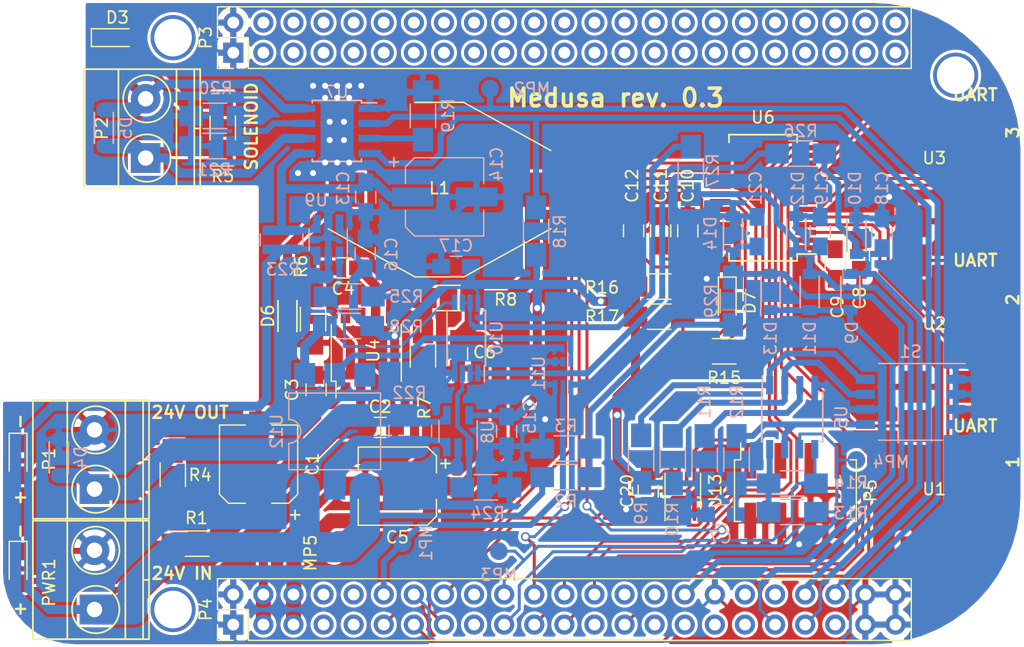
<source format=kicad_pcb>
(kicad_pcb (version 20171130) (host pcbnew "(6.0.0-rc1-dev-159-g1e43773)")
  (layers (0 F.Cu signal) (31 B.Cu signal) (34 B.Paste user hide) (35 F.Paste user hide) (36 B.SilkS user) (37 F.SilkS user) (38 B.Mask user) (39 F.Mask user) (44 Edge.Cuts user))
  (net 0 "")
  (net 1 +3V3)
  (net 2 "Net-(U4-Pad8)")
  (net 3 "Net-(U4-Pad7)")
  (net 4 "Net-(C4-Pad1)")
  (net 5 GND)
  (net 6 "Net-(C3-Pad2)")
  (net 7 +24V)
  (net 8 "Net-(C3-Pad1)")
  (net 9 GPIO1_28)
  (net 10 "Net-(U11-Pad6)")
  (net 11 "/SOLENOID DRIVER/S+")
  (net 12 "/SOLENOID DRIVER/S-")
  (net 13 "/24V SSR/24V_OUT")
  (net 14 VADC)
  (net 15 AIN2)
  (net 16 AIN1)
  (net 17 AIN0)
  (net 18 5V_REG)
  (net 19 GPIO3_19)
  (net 20 GPIO1_17)
  (net 21 "Net-(P5-Pad3)")
  (net 22 "Net-(P5-Pad1)")
  (net 23 "/POWER SENSE/sheet5AE7F055/IN")
  (net 24 "/POWER SENSE/sheet5AE871AC/IN")
  (net 25 "Net-(R12-Pad2)")
  (net 26 I2C2_SCL)
  (net 27 I2C2_SDA)
  (net 28 "Net-(R17-Pad2)")
  (net 29 "Net-(R19-Pad1)")
  (net 30 "Net-(R16-Pad2)")
  (net 31 "Net-(R10-Pad2)")
  (net 32 "Net-(R11-Pad2)")
  (net 33 "Net-(D1-Pad2)")
  (net 34 "Net-(D2-Pad2)")
  (net 35 "Net-(C4-Pad2)")
  (net 36 "Net-(D7-Pad2)")
  (net 37 GPIO0_7&GPIO3_18)
  (net 38 CLKOUT2&GPIO3_20)
  (net 39 AIN3)
  (net 40 AIN5)
  (net 41 AIN6)
  (net 42 AIN4)
  (net 43 SPI1_SCLK)
  (net 44 SPI1_D1)
  (net 45 SPI1_D0)
  (net 46 SPI1_CS0)
  (net 47 UART1_RXD)
  (net 48 UART1_TXD)
  (net 49 UART2_RXD)
  (net 50 UART2_TXD)
  (net 51 I2C1_SDA)
  (net 52 I2C1_SCL)
  (net 53 EHRPWM1B)
  (net 54 GPIO1_16)
  (net 55 EHRPWM1A)
  (net 56 UART4_TXD)
  (net 57 UART4_RXD)
  (net 58 GPIO_1_6)
  (net 59 GPIO1_7)
  (net 60 GPIO1_2)
  (net 61 GPIO1_3)
  (net 62 TIMER4)
  (net 63 TIMER7)
  (net 64 TIMER5)
  (net 65 TIMER6)
  (net 66 GPIO1_13)
  (net 67 GPIO1_12)
  (net 68 EHRPWM2B)
  (net 69 GPIO0_26)
  (net 70 GPIO1_15)
  (net 71 GPIO1_14)
  (net 72 GPIO0_27)
  (net 73 GPIO2_1)
  (net 74 EHRPWM2A)
  (net 75 GPIO1_31)
  (net 76 GPIO1_30)
  (net 77 GPIO1_5)
  (net 78 GPIO1_4)
  (net 79 GPIO1_1)
  (net 80 GPIO1_0)
  (net 81 GPIO1_29)
  (net 82 GPIO2_22)
  (net 83 GPIO2_24)
  (net 84 GPIO2_23)
  (net 85 GPIO2_25)
  (net 86 UART5_CTSN)
  (net 87 UART5_RTSN)
  (net 88 UART4_RTSN)
  (net 89 UART3_RTSN)
  (net 90 UART4_CTSN)
  (net 91 UART3_CTSN)
  (net 92 UART5_TXD)
  (net 93 UART5_RXD)
  (net 94 GPIO2_12)
  (net 95 GPIO2_13)
  (net 96 GPIO2_10)
  (net 97 GPIO2_11)
  (net 98 GPIO2_8)
  (net 99 GPIO2_9)
  (net 100 GPIO2_6)
  (net 101 GPIO2_7)
  (net 102 "Net-(C12-Pad1)")
  (net 103 "Net-(C11-Pad1)")
  (net 104 "Net-(C12-Pad2)")
  (net 105 "Net-(U6-Pad20)")
  (net 106 "Net-(U6-Pad16)")
  (net 107 "Net-(U6-Pad15)")
  (net 108 "Net-(U6-Pad8)")
  (net 109 "Net-(U6-Pad7)")
  (net 110 "Net-(C8-Pad2)")
  (net 111 "Net-(C9-Pad2)")
  (net 112 "Net-(C9-Pad1)")
  (net 113 "Net-(U12-Pad3)")
  (net 114 "Net-(R25-Pad1)")
  (net 115 "Net-(R24-Pad1)")
  (net 116 /SERIAL/RS232_RX3)
  (net 117 /SERIAL/RS232_TX3)
  (net 118 /SERIAL/RS232_TX2)
  (net 119 /SERIAL/RS232_RX2)
  (net 120 /SERIAL/RS232_RX1)
  (net 121 /SERIAL/RS232_TX1)
  (net 122 "Net-(R7-Pad1)")
  (net 123 "/POWER SENSE/OUT1")
  (net 124 "/POWER SENSE/OUT2")
  (net 125 "Net-(R20-Pad2)")
  (net 126 "Net-(R15-Pad2)")
  (net 127 "Net-(R28-Pad1)")
  (net 128 /sheet5B1360C9/IN)
  (net 129 "Net-(D3-Pad2)")
  (net 130 "Net-(R9-Pad2)")
  (net 131 "Net-(P4-Pad7)")
  (net 132 "Net-(P4-Pad8)")
  (net 133 "Net-(P4-Pad9)")
  (net 134 "Net-(P4-Pad10)")
  (net 135 "Net-(P4-Pad25)")
  (module Resistors_SMD:R_1206_HandSoldering (layer F.Cu) (at 90.780967 112.4458 90)
    (fp_text reference R4 (at -0.0254 2.3114) (layer F.SilkS))
    (fp_text value 2.4k)
    (pad 2 smd rect (at 2 0 90) (size 2 1.7) (layers F.Cu F.Paste F.Mask) (net 34 "Net-(D2-Pad2)"))
    (pad 1 smd rect (at -2 0 90) (size 2 1.7) (layers F.Cu F.Paste F.Mask) (net 123 "/POWER SENSE/OUT1"))
  )
  (module "footprints:SJ1-251X-SMT 2.5mm stereo jack" (layer F.Cu) (at 160.8836 99.695 180)
    (fp_text reference U2 (at 5.842 0 180) (layer F.SilkS))
    (fp_text value SERIAL)
    (pad 3 smd rect (at 7.493 -5.334 180) (size 2.3876 2.6924) (layers F.Cu F.Paste F.Mask) (net 5 GND))
    (pad 2 smd rect (at 7.493 5.334 180) (size 2.3876 2.6924) (layers F.Cu F.Paste F.Mask) (net 118 /SERIAL/RS232_TX2))
    (pad 1 smd rect (at 2.794 -5.334 180) (size 2.3876 2.6924) (layers F.Cu F.Paste F.Mask) (net 119 /SERIAL/RS232_RX2))
  )
  (module Resistors_SMD:R_1206_HandSoldering (layer B.Cu) (at 138.050367 97.79 270)
    (fp_text reference R29 (at 0 1.85 270) (layer B.SilkS) (effects (justify mirror)))
    (fp_text value 75)
    (pad 1 smd rect (at -2 0 270) (size 2 1.7) (layers B.Cu B.Paste B.Mask) (net 15 AIN2))
    (pad 2 smd rect (at 2 0 270) (size 2 1.7) (layers B.Cu B.Paste B.Mask) (net 128 /sheet5B1360C9/IN))
  )
  (module footprints:SMD-Mini2-F3-B (layer F.Cu) (at 100.458367 99.06 270)
    (fp_text reference D6 (at 0 1.651 270) (layer F.SilkS))
    (fp_text value DB2W40300L)
    (pad 1 smd rect (at -1.525 0 270) (size 0.85 1.2) (layers F.Cu F.Paste F.Mask) (net 6 "Net-(C3-Pad2)"))
    (pad 2 smd rect (at 1.525 0 270) (size 0.85 1.2) (layers F.Cu F.Paste F.Mask) (net 5 GND))
  )
  (module TO_SOT_Packages_SMD:SOT-23-5_HandSoldering (layer B.Cu) (at 103.893323 92.620443 90)
    (fp_text reference U9 (at 3.339443 -1.021956 180) (layer B.SilkS) (effects (justify mirror)))
    (fp_text value INA138)
    (pad 1 smd rect (at -1.35 0.95 90) (size 1.56 0.65) (layers B.Cu B.Paste B.Mask) (net 114 "Net-(R25-Pad1)"))
    (pad 2 smd rect (at -1.35 0 90) (size 1.56 0.65) (layers B.Cu B.Paste B.Mask) (net 5 GND))
    (pad 3 smd rect (at -1.35 -0.95 90) (size 1.56 0.65) (layers B.Cu B.Paste B.Mask) (net 7 +24V))
    (pad 4 smd rect (at 1.35 -0.95 90) (size 1.56 0.65) (layers B.Cu B.Paste B.Mask) (net 124 "/POWER SENSE/OUT2"))
    (pad 5 smd rect (at 1.35 0.95 90) (size 1.56 0.65) (layers B.Cu B.Paste B.Mask) (net 1 +3V3))
  )
  (module Resistors_SMD:R_0612 (layer B.Cu) (at 99.956323 92.620443 90)
    (fp_text reference R23 (at -2.502557 0.121044 180) (layer B.SilkS) (effects (justify mirror)))
    (fp_text value 0.020)
    (pad 1 smd rect (at -0.8 0 90) (size 0.8 3.2) (layers B.Cu B.Paste B.Mask) (net 7 +24V))
    (pad 2 smd rect (at 0.8 0 90) (size 0.8 3.2) (layers B.Cu B.Paste B.Mask) (net 124 "/POWER SENSE/OUT2"))
  )
  (module Housings_SSOP:SSOP-28_5.3x10.2mm_Pitch0.65mm (layer F.Cu) (at 140.589 89.0778 180)
    (fp_text reference U6 (at 0 6.789743 180) (layer F.SilkS))
    (fp_text value MAX3243)
    (pad 28 smd rect (at 3.6 -4.225 180) (size 1.75 0.45) (layers F.Cu F.Paste F.Mask) (net 102 "Net-(C12-Pad1)"))
    (pad 27 smd rect (at 3.6 -3.575 180) (size 1.75 0.45) (layers F.Cu F.Paste F.Mask) (net 103 "Net-(C11-Pad1)"))
    (pad 26 smd rect (at 3.6 -2.925 180) (size 1.75 0.45) (layers F.Cu F.Paste F.Mask) (net 1 +3V3))
    (pad 25 smd rect (at 3.6 -2.275 180) (size 1.75 0.45) (layers F.Cu F.Paste F.Mask) (net 5 GND))
    (pad 24 smd rect (at 3.6 -1.625 180) (size 1.75 0.45) (layers F.Cu F.Paste F.Mask) (net 104 "Net-(C12-Pad2)"))
    (pad 23 smd rect (at 3.6 -0.975 180) (size 1.75 0.45) (layers F.Cu F.Paste F.Mask) (net 30 "Net-(R16-Pad2)"))
    (pad 22 smd rect (at 3.6 -0.325 180) (size 1.75 0.45) (layers F.Cu F.Paste F.Mask) (net 28 "Net-(R17-Pad2)"))
    (pad 21 smd rect (at 3.6 0.325 180) (size 1.75 0.45) (layers F.Cu F.Paste F.Mask) (net 126 "Net-(R15-Pad2)"))
    (pad 20 smd rect (at 3.6 0.975 180) (size 1.75 0.45) (layers F.Cu F.Paste F.Mask) (net 105 "Net-(U6-Pad20)"))
    (pad 19 smd rect (at 3.6 1.625 180) (size 1.75 0.45) (layers F.Cu F.Paste F.Mask) (net 47 UART1_RXD))
    (pad 18 smd rect (at 3.6 2.275 180) (size 1.75 0.45) (layers F.Cu F.Paste F.Mask) (net 49 UART2_RXD))
    (pad 17 smd rect (at 3.6 2.925 180) (size 1.75 0.45) (layers F.Cu F.Paste F.Mask) (net 57 UART4_RXD))
    (pad 16 smd rect (at 3.6 3.575 180) (size 1.75 0.45) (layers F.Cu F.Paste F.Mask) (net 106 "Net-(U6-Pad16)"))
    (pad 15 smd rect (at 3.6 4.225 180) (size 1.75 0.45) (layers F.Cu F.Paste F.Mask) (net 107 "Net-(U6-Pad15)"))
    (pad 14 smd rect (at -3.6 4.225 180) (size 1.75 0.45) (layers F.Cu F.Paste F.Mask) (net 48 UART1_TXD))
    (pad 13 smd rect (at -3.6 3.575 180) (size 1.75 0.45) (layers F.Cu F.Paste F.Mask) (net 50 UART2_TXD))
    (pad 12 smd rect (at -3.6 2.925 180) (size 1.75 0.45) (layers F.Cu F.Paste F.Mask) (net 56 UART4_TXD))
    (pad 11 smd rect (at -3.6 2.275 180) (size 1.75 0.45) (layers F.Cu F.Paste F.Mask) (net 117 /SERIAL/RS232_TX3))
    (pad 10 smd rect (at -3.6 1.625 180) (size 1.75 0.45) (layers F.Cu F.Paste F.Mask) (net 118 /SERIAL/RS232_TX2))
    (pad 9 smd rect (at -3.6 0.975 180) (size 1.75 0.45) (layers F.Cu F.Paste F.Mask) (net 121 /SERIAL/RS232_TX1))
    (pad 8 smd rect (at -3.6 0.325 180) (size 1.75 0.45) (layers F.Cu F.Paste F.Mask) (net 108 "Net-(U6-Pad8)"))
    (pad 7 smd rect (at -3.6 -0.325 180) (size 1.75 0.45) (layers F.Cu F.Paste F.Mask) (net 109 "Net-(U6-Pad7)"))
    (pad 6 smd rect (at -3.6 -0.975 180) (size 1.75 0.45) (layers F.Cu F.Paste F.Mask) (net 116 /SERIAL/RS232_RX3))
    (pad 5 smd rect (at -3.6 -1.625 180) (size 1.75 0.45) (layers F.Cu F.Paste F.Mask) (net 119 /SERIAL/RS232_RX2))
    (pad 4 smd rect (at -3.6 -2.275 180) (size 1.75 0.45) (layers F.Cu F.Paste F.Mask) (net 120 /SERIAL/RS232_RX1))
    (pad 3 smd rect (at -3.6 -2.925 180) (size 1.75 0.45) (layers F.Cu F.Paste F.Mask) (net 110 "Net-(C8-Pad2)"))
    (pad 2 smd rect (at -3.6 -3.575 180) (size 1.75 0.45) (layers F.Cu F.Paste F.Mask) (net 111 "Net-(C9-Pad2)"))
    (pad 1 smd rect (at -3.6 -4.225 180) (size 1.75 0.45) (layers F.Cu F.Paste F.Mask) (net 112 "Net-(C9-Pad1)"))
  )
  (module LEDs:LED_0805_HandSoldering (layer F.Cu) (at 86.107367 75.565)
    (fp_text reference D3 (at 0 -1.7) (layer F.SilkS))
    (fp_text value D_1112H)
    (pad 1 smd rect (at -1.35 0) (size 1.5 1.3) (layers F.Cu F.Paste F.Mask) (net 12 "/SOLENOID DRIVER/S-"))
    (pad 2 smd rect (at 1.35 0) (size 1.5 1.3) (layers F.Cu F.Paste F.Mask) (net 129 "Net-(D3-Pad2)"))
  )
  (module Measurement_Points:Measurement_Point_Round-SMD-Pad_Small (layer B.Cu) (at 117.552567 79.883)
    (fp_text reference MP2 (at 3.5306 0) (layer B.SilkS) (effects (justify mirror)))
    (fp_text value PWM)
    (pad 1 smd circle (at 0 0) (size 1.5 1.5) (layers B.Cu B.Mask) (net 55 EHRPWM1A))
  )
  (module Measurement_Points:Measurement_Point_Round-SMD-Pad_Small (layer B.Cu) (at 118.289167 118.8974)
    (fp_text reference MP3 (at 0 2) (layer B.SilkS) (effects (justify mirror)))
    (fp_text value "I2C SDA")
    (pad 1 smd circle (at 0 0) (size 1.5 1.5) (layers B.Cu B.Mask) (net 27 I2C2_SDA))
  )
  (module Resistors_SMD:R_1206_HandSoldering (layer B.Cu) (at 134.494367 86.773 90)
    (fp_text reference R27 (at 0 1.85 90) (layer B.SilkS) (effects (justify mirror)))
    (fp_text value 75)
    (pad 2 smd rect (at 2 0 90) (size 2 1.7) (layers B.Cu B.Paste B.Mask) (net 24 "/POWER SENSE/sheet5AE871AC/IN"))
    (pad 1 smd rect (at -2 0 90) (size 2 1.7) (layers B.Cu B.Paste B.Mask) (net 16 AIN1))
  )
  (module footprints:SMD-Mini2-F3-B (layer B.Cu) (at 81.154367 110.998 90)
    (fp_text reference D4 (at 0 1.85 90) (layer B.SilkS) (effects (justify mirror)))
    (fp_text value DB2W40300L)
    (pad 1 smd rect (at -1.525 0 90) (size 0.85 1.2) (layers B.Cu B.Paste B.Mask) (net 123 "/POWER SENSE/OUT1"))
    (pad 2 smd rect (at 1.525 0 90) (size 0.85 1.2) (layers B.Cu B.Paste B.Mask) (net 5 GND))
  )
  (module footprints:SMD-Mini2-F3-B (layer B.Cu) (at 84.964367 83.185 90)
    (fp_text reference D5 (at 0 1.85 90) (layer B.SilkS) (effects (justify mirror)))
    (fp_text value DB2W40300L)
    (pad 2 smd rect (at 1.525 0 90) (size 0.85 1.2) (layers B.Cu B.Paste B.Mask) (net 12 "/SOLENOID DRIVER/S-"))
    (pad 1 smd rect (at -1.525 0 90) (size 0.85 1.2) (layers B.Cu B.Paste B.Mask) (net 11 "/SOLENOID DRIVER/S+"))
  )
  (module Pin_Headers:Pin_Header_Straight_2x23_Pitch2.54mm (layer F.Cu) (at 95.885 125.095 90)
    (fp_text reference P4 (at 1.27 -2.33 90) (layer F.SilkS))
    (fp_text value "P9 on BBB")
    (pad 1 thru_hole rect (at 0 0 90) (size 1.7 1.7) (drill 1) (layers *.Cu *.Mask) (net 5 GND))
    (pad 2 thru_hole oval (at 2.54 0 90) (size 1.7 1.7) (drill 1) (layers *.Cu *.Mask) (net 5 GND))
    (pad 3 thru_hole oval (at 0 2.54 90) (size 1.7 1.7) (drill 1) (layers *.Cu *.Mask) (net 1 +3V3))
    (pad 4 thru_hole oval (at 2.54 2.54 90) (size 1.7 1.7) (drill 1) (layers *.Cu *.Mask) (net 1 +3V3))
    (pad 5 thru_hole oval (at 0 5.08 90) (size 1.7 1.7) (drill 1) (layers *.Cu *.Mask) (net 18 5V_REG))
    (pad 6 thru_hole oval (at 2.54 5.08 90) (size 1.7 1.7) (drill 1) (layers *.Cu *.Mask) (net 18 5V_REG))
    (pad 7 thru_hole oval (at 0 7.62 90) (size 1.7 1.7) (drill 1) (layers *.Cu *.Mask) (net 131 "Net-(P4-Pad7)"))
    (pad 8 thru_hole oval (at 2.54 7.62 90) (size 1.7 1.7) (drill 1) (layers *.Cu *.Mask) (net 132 "Net-(P4-Pad8)"))
    (pad 9 thru_hole oval (at 0 10.16 90) (size 1.7 1.7) (drill 1) (layers *.Cu *.Mask) (net 133 "Net-(P4-Pad9)"))
    (pad 10 thru_hole oval (at 2.54 10.16 90) (size 1.7 1.7) (drill 1) (layers *.Cu *.Mask) (net 134 "Net-(P4-Pad10)"))
    (pad 11 thru_hole oval (at 0 12.7 90) (size 1.7 1.7) (drill 1) (layers *.Cu *.Mask) (net 57 UART4_RXD))
    (pad 12 thru_hole oval (at 2.54 12.7 90) (size 1.7 1.7) (drill 1) (layers *.Cu *.Mask) (net 9 GPIO1_28))
    (pad 13 thru_hole oval (at 0 15.24 90) (size 1.7 1.7) (drill 1) (layers *.Cu *.Mask) (net 56 UART4_TXD))
    (pad 14 thru_hole oval (at 2.54 15.24 90) (size 1.7 1.7) (drill 1) (layers *.Cu *.Mask) (net 55 EHRPWM1A))
    (pad 15 thru_hole oval (at 0 17.78 90) (size 1.7 1.7) (drill 1) (layers *.Cu *.Mask) (net 54 GPIO1_16))
    (pad 16 thru_hole oval (at 2.54 17.78 90) (size 1.7 1.7) (drill 1) (layers *.Cu *.Mask) (net 53 EHRPWM1B))
    (pad 17 thru_hole oval (at 0 20.32 90) (size 1.7 1.7) (drill 1) (layers *.Cu *.Mask) (net 52 I2C1_SCL))
    (pad 18 thru_hole oval (at 2.54 20.32 90) (size 1.7 1.7) (drill 1) (layers *.Cu *.Mask) (net 51 I2C1_SDA))
    (pad 19 thru_hole oval (at 0 22.86 90) (size 1.7 1.7) (drill 1) (layers *.Cu *.Mask) (net 26 I2C2_SCL))
    (pad 20 thru_hole oval (at 2.54 22.86 90) (size 1.7 1.7) (drill 1) (layers *.Cu *.Mask) (net 27 I2C2_SDA))
    (pad 21 thru_hole oval (at 0 25.4 90) (size 1.7 1.7) (drill 1) (layers *.Cu *.Mask) (net 50 UART2_TXD))
    (pad 22 thru_hole oval (at 2.54 25.4 90) (size 1.7 1.7) (drill 1) (layers *.Cu *.Mask) (net 49 UART2_RXD))
    (pad 23 thru_hole oval (at 0 27.94 90) (size 1.7 1.7) (drill 1) (layers *.Cu *.Mask) (net 20 GPIO1_17))
    (pad 24 thru_hole oval (at 2.54 27.94 90) (size 1.7 1.7) (drill 1) (layers *.Cu *.Mask) (net 48 UART1_TXD))
    (pad 25 thru_hole oval (at 0 30.48 90) (size 1.7 1.7) (drill 1) (layers *.Cu *.Mask) (net 135 "Net-(P4-Pad25)"))
    (pad 26 thru_hole oval (at 2.54 30.48 90) (size 1.7 1.7) (drill 1) (layers *.Cu *.Mask) (net 47 UART1_RXD))
    (pad 27 thru_hole oval (at 0 33.02 90) (size 1.7 1.7) (drill 1) (layers *.Cu *.Mask) (net 19 GPIO3_19))
    (pad 28 thru_hole oval (at 2.54 33.02 90) (size 1.7 1.7) (drill 1) (layers *.Cu *.Mask) (net 46 SPI1_CS0))
    (pad 29 thru_hole oval (at 0 35.56 90) (size 1.7 1.7) (drill 1) (layers *.Cu *.Mask) (net 45 SPI1_D0))
    (pad 30 thru_hole oval (at 2.54 35.56 90) (size 1.7 1.7) (drill 1) (layers *.Cu *.Mask) (net 44 SPI1_D1))
    (pad 31 thru_hole oval (at 0 38.1 90) (size 1.7 1.7) (drill 1) (layers *.Cu *.Mask) (net 43 SPI1_SCLK))
    (pad 32 thru_hole oval (at 2.54 38.1 90) (size 1.7 1.7) (drill 1) (layers *.Cu *.Mask) (net 14 VADC))
    (pad 33 thru_hole oval (at 0 40.64 90) (size 1.7 1.7) (drill 1) (layers *.Cu *.Mask) (net 42 AIN4))
    (pad 34 thru_hole oval (at 2.54 40.64 90) (size 1.7 1.7) (drill 1) (layers *.Cu *.Mask) (net 5 GND))
    (pad 35 thru_hole oval (at 0 43.18 90) (size 1.7 1.7) (drill 1) (layers *.Cu *.Mask) (net 41 AIN6))
    (pad 36 thru_hole oval (at 2.54 43.18 90) (size 1.7 1.7) (drill 1) (layers *.Cu *.Mask) (net 40 AIN5))
    (pad 37 thru_hole oval (at 0 45.72 90) (size 1.7 1.7) (drill 1) (layers *.Cu *.Mask) (net 15 AIN2))
    (pad 38 thru_hole oval (at 2.54 45.72 90) (size 1.7 1.7) (drill 1) (layers *.Cu *.Mask) (net 39 AIN3))
    (pad 39 thru_hole oval (at 0 48.26 90) (size 1.7 1.7) (drill 1) (layers *.Cu *.Mask) (net 17 AIN0))
    (pad 40 thru_hole oval (at 2.54 48.26 90) (size 1.7 1.7) (drill 1) (layers *.Cu *.Mask) (net 16 AIN1))
    (pad 41 thru_hole oval (at 0 50.8 90) (size 1.7 1.7) (drill 1) (layers *.Cu *.Mask) (net 38 CLKOUT2&GPIO3_20))
    (pad 42 thru_hole oval (at 2.54 50.8 90) (size 1.7 1.7) (drill 1) (layers *.Cu *.Mask) (net 37 GPIO0_7&GPIO3_18))
    (pad 43 thru_hole oval (at 0 53.34 90) (size 1.7 1.7) (drill 1) (layers *.Cu *.Mask) (net 5 GND))
    (pad 44 thru_hole oval (at 2.54 53.34 90) (size 1.7 1.7) (drill 1) (layers *.Cu *.Mask) (net 5 GND))
    (pad 45 thru_hole oval (at 0 55.88 90) (size 1.7 1.7) (drill 1) (layers *.Cu *.Mask) (net 5 GND))
    (pad 46 thru_hole oval (at 2.54 55.88 90) (size 1.7 1.7) (drill 1) (layers *.Cu *.Mask) (net 5 GND))
  )
  (module Pin_Headers:Pin_Header_Straight_2x23_Pitch2.54mm (layer F.Cu) (at 95.885 76.835 90)
    (fp_text reference P3 (at 1.27 -2.33 90) (layer F.SilkS))
    (fp_text value "P8 on BBB")
    (pad 46 thru_hole oval (at 2.54 55.88 90) (size 1.7 1.7) (drill 1) (layers *.Cu *.Mask) (net 101 GPIO2_7))
    (pad 45 thru_hole oval (at 0 55.88 90) (size 1.7 1.7) (drill 1) (layers *.Cu *.Mask) (net 100 GPIO2_6))
    (pad 44 thru_hole oval (at 2.54 53.34 90) (size 1.7 1.7) (drill 1) (layers *.Cu *.Mask) (net 99 GPIO2_9))
    (pad 43 thru_hole oval (at 0 53.34 90) (size 1.7 1.7) (drill 1) (layers *.Cu *.Mask) (net 98 GPIO2_8))
    (pad 42 thru_hole oval (at 2.54 50.8 90) (size 1.7 1.7) (drill 1) (layers *.Cu *.Mask) (net 97 GPIO2_11))
    (pad 41 thru_hole oval (at 0 50.8 90) (size 1.7 1.7) (drill 1) (layers *.Cu *.Mask) (net 96 GPIO2_10))
    (pad 40 thru_hole oval (at 2.54 48.26 90) (size 1.7 1.7) (drill 1) (layers *.Cu *.Mask) (net 95 GPIO2_13))
    (pad 39 thru_hole oval (at 0 48.26 90) (size 1.7 1.7) (drill 1) (layers *.Cu *.Mask) (net 94 GPIO2_12))
    (pad 38 thru_hole oval (at 2.54 45.72 90) (size 1.7 1.7) (drill 1) (layers *.Cu *.Mask) (net 93 UART5_RXD))
    (pad 37 thru_hole oval (at 0 45.72 90) (size 1.7 1.7) (drill 1) (layers *.Cu *.Mask) (net 92 UART5_TXD))
    (pad 36 thru_hole oval (at 2.54 43.18 90) (size 1.7 1.7) (drill 1) (layers *.Cu *.Mask) (net 91 UART3_CTSN))
    (pad 35 thru_hole oval (at 0 43.18 90) (size 1.7 1.7) (drill 1) (layers *.Cu *.Mask) (net 90 UART4_CTSN))
    (pad 34 thru_hole oval (at 2.54 40.64 90) (size 1.7 1.7) (drill 1) (layers *.Cu *.Mask) (net 89 UART3_RTSN))
    (pad 33 thru_hole oval (at 0 40.64 90) (size 1.7 1.7) (drill 1) (layers *.Cu *.Mask) (net 88 UART4_RTSN))
    (pad 32 thru_hole oval (at 2.54 38.1 90) (size 1.7 1.7) (drill 1) (layers *.Cu *.Mask) (net 87 UART5_RTSN))
    (pad 31 thru_hole oval (at 0 38.1 90) (size 1.7 1.7) (drill 1) (layers *.Cu *.Mask) (net 86 UART5_CTSN))
    (pad 30 thru_hole oval (at 2.54 35.56 90) (size 1.7 1.7) (drill 1) (layers *.Cu *.Mask) (net 85 GPIO2_25))
    (pad 29 thru_hole oval (at 0 35.56 90) (size 1.7 1.7) (drill 1) (layers *.Cu *.Mask) (net 84 GPIO2_23))
    (pad 28 thru_hole oval (at 2.54 33.02 90) (size 1.7 1.7) (drill 1) (layers *.Cu *.Mask) (net 83 GPIO2_24))
    (pad 27 thru_hole oval (at 0 33.02 90) (size 1.7 1.7) (drill 1) (layers *.Cu *.Mask) (net 82 GPIO2_22))
    (pad 26 thru_hole oval (at 2.54 30.48 90) (size 1.7 1.7) (drill 1) (layers *.Cu *.Mask) (net 81 GPIO1_29))
    (pad 25 thru_hole oval (at 0 30.48 90) (size 1.7 1.7) (drill 1) (layers *.Cu *.Mask) (net 80 GPIO1_0))
    (pad 24 thru_hole oval (at 2.54 27.94 90) (size 1.7 1.7) (drill 1) (layers *.Cu *.Mask) (net 79 GPIO1_1))
    (pad 23 thru_hole oval (at 0 27.94 90) (size 1.7 1.7) (drill 1) (layers *.Cu *.Mask) (net 78 GPIO1_4))
    (pad 22 thru_hole oval (at 2.54 25.4 90) (size 1.7 1.7) (drill 1) (layers *.Cu *.Mask) (net 77 GPIO1_5))
    (pad 21 thru_hole oval (at 0 25.4 90) (size 1.7 1.7) (drill 1) (layers *.Cu *.Mask) (net 76 GPIO1_30))
    (pad 20 thru_hole oval (at 2.54 22.86 90) (size 1.7 1.7) (drill 1) (layers *.Cu *.Mask) (net 75 GPIO1_31))
    (pad 19 thru_hole oval (at 0 22.86 90) (size 1.7 1.7) (drill 1) (layers *.Cu *.Mask) (net 74 EHRPWM2A))
    (pad 18 thru_hole oval (at 2.54 20.32 90) (size 1.7 1.7) (drill 1) (layers *.Cu *.Mask) (net 73 GPIO2_1))
    (pad 17 thru_hole oval (at 0 20.32 90) (size 1.7 1.7) (drill 1) (layers *.Cu *.Mask) (net 72 GPIO0_27))
    (pad 16 thru_hole oval (at 2.54 17.78 90) (size 1.7 1.7) (drill 1) (layers *.Cu *.Mask) (net 71 GPIO1_14))
    (pad 15 thru_hole oval (at 0 17.78 90) (size 1.7 1.7) (drill 1) (layers *.Cu *.Mask) (net 70 GPIO1_15))
    (pad 14 thru_hole oval (at 2.54 15.24 90) (size 1.7 1.7) (drill 1) (layers *.Cu *.Mask) (net 69 GPIO0_26))
    (pad 13 thru_hole oval (at 0 15.24 90) (size 1.7 1.7) (drill 1) (layers *.Cu *.Mask) (net 68 EHRPWM2B))
    (pad 12 thru_hole oval (at 2.54 12.7 90) (size 1.7 1.7) (drill 1) (layers *.Cu *.Mask) (net 67 GPIO1_12))
    (pad 11 thru_hole oval (at 0 12.7 90) (size 1.7 1.7) (drill 1) (layers *.Cu *.Mask) (net 66 GPIO1_13))
    (pad 10 thru_hole oval (at 2.54 10.16 90) (size 1.7 1.7) (drill 1) (layers *.Cu *.Mask) (net 65 TIMER6))
    (pad 9 thru_hole oval (at 0 10.16 90) (size 1.7 1.7) (drill 1) (layers *.Cu *.Mask) (net 64 TIMER5))
    (pad 8 thru_hole oval (at 2.54 7.62 90) (size 1.7 1.7) (drill 1) (layers *.Cu *.Mask) (net 63 TIMER7))
    (pad 7 thru_hole oval (at 0 7.62 90) (size 1.7 1.7) (drill 1) (layers *.Cu *.Mask) (net 62 TIMER4))
    (pad 6 thru_hole oval (at 2.54 5.08 90) (size 1.7 1.7) (drill 1) (layers *.Cu *.Mask) (net 61 GPIO1_3))
    (pad 5 thru_hole oval (at 0 5.08 90) (size 1.7 1.7) (drill 1) (layers *.Cu *.Mask) (net 60 GPIO1_2))
    (pad 4 thru_hole oval (at 2.54 2.54 90) (size 1.7 1.7) (drill 1) (layers *.Cu *.Mask) (net 59 GPIO1_7))
    (pad 3 thru_hole oval (at 0 2.54 90) (size 1.7 1.7) (drill 1) (layers *.Cu *.Mask) (net 58 GPIO_1_6))
    (pad 2 thru_hole oval (at 2.54 0 90) (size 1.7 1.7) (drill 1) (layers *.Cu *.Mask) (net 5 GND))
    (pad 1 thru_hole rect (at 0 0 90) (size 1.7 1.7) (drill 1) (layers *.Cu *.Mask) (net 5 GND))
  )
  (module TerminalBlock_Phoenix:TerminalBlock_Phoenix_MKDS1.5-2pol (layer F.Cu) (at 84.1756 123.825 90)
    (fp_text reference PWR1 (at 2.286 -3.8354 90) (layer F.SilkS))
    (fp_text value "24V IN")
    (pad 2 thru_hole circle (at 5 0 90) (size 2.5 2.5) (drill 1.3) (layers *.Cu *.Mask) (net 5 GND))
    (pad 1 thru_hole rect (at 0 0 90) (size 2.5 2.5) (drill 1.3) (layers *.Cu *.Mask) (net 7 +24V))
  )
  (module TerminalBlock_Phoenix:TerminalBlock_Phoenix_MKDS1.5-2pol (layer F.Cu) (at 88.4936 85.725 90)
    (fp_text reference P2 (at 2.5 -3.7084 90) (layer F.SilkS))
    (fp_text value SOLENOID)
    (pad 1 thru_hole rect (at 0 0 90) (size 2.5 2.5) (drill 1.3) (layers *.Cu *.Mask) (net 11 "/SOLENOID DRIVER/S+"))
    (pad 2 thru_hole circle (at 5 0 90) (size 2.5 2.5) (drill 1.3) (layers *.Cu *.Mask) (net 12 "/SOLENOID DRIVER/S-"))
  )
  (module TerminalBlock_Phoenix:TerminalBlock_Phoenix_MKDS1.5-2pol (layer F.Cu) (at 84.1756 113.665 90)
    (fp_text reference P1 (at 2.54 -3.8354 90) (layer F.SilkS))
    (fp_text value "24V OUT")
    (pad 2 thru_hole circle (at 5 0 90) (size 2.5 2.5) (drill 1.3) (layers *.Cu *.Mask) (net 5 GND))
    (pad 1 thru_hole rect (at 0 0 90) (size 2.5 2.5) (drill 1.3) (layers *.Cu *.Mask) (net 123 "/POWER SENSE/OUT1"))
  )
  (module Resistors_SMD:R_1206_HandSoldering (layer F.Cu) (at 114.047367 97.536 180)
    (fp_text reference R8 (at -4.826 -0.127 180) (layer F.SilkS))
    (fp_text value 52k)
    (pad 1 smd rect (at -2 0 180) (size 2 1.7) (layers F.Cu F.Paste F.Mask) (net 18 5V_REG))
    (pad 2 smd rect (at 2 0 180) (size 2 1.7) (layers F.Cu F.Paste F.Mask) (net 122 "Net-(R7-Pad1)"))
  )
  (module Measurement_Points:Measurement_Point_Round-SMD-Pad_Small (layer B.Cu) (at 148.464367 111.2012 270)
    (fp_text reference MP4 (at 0.1778 -2.921) (layer B.SilkS) (effects (justify mirror)))
    (fp_text value "I2C SCL")
    (pad 1 smd circle (at 0 0 270) (size 1.5 1.5) (layers B.Cu B.Mask) (net 26 I2C2_SCL))
  )
  (module Resistors_SMD:R_0612 (layer B.Cu) (at 110.820758 108.7743 270)
    (fp_text reference R22 (at -3.2373 0.075391) (layer B.SilkS) (effects (justify mirror)))
    (fp_text value 0.020)
    (pad 2 smd rect (at 0.8 0 270) (size 0.8 3.2) (layers B.Cu B.Paste B.Mask) (net 13 "/24V SSR/24V_OUT"))
    (pad 1 smd rect (at -0.8 0 270) (size 0.8 3.2) (layers B.Cu B.Paste B.Mask) (net 123 "/POWER SENSE/OUT1"))
  )
  (module Housings_SOIC:SOIC-8_3.9x4.9mm_Pitch1.27mm (layer B.Cu) (at 143.054167 107.5944 270)
    (fp_text reference U5 (at 0 -4.135933 270) (layer B.SilkS) (effects (justify mirror)))
    (fp_text value 24C256)
    (pad 8 smd rect (at 2.7 1.905 270) (size 1.55 0.6) (layers B.Cu B.Paste B.Mask) (net 1 +3V3))
    (pad 7 smd rect (at 2.7 0.635 270) (size 1.55 0.6) (layers B.Cu B.Paste B.Mask) (net 25 "Net-(R12-Pad2)"))
    (pad 6 smd rect (at 2.7 -0.635 270) (size 1.55 0.6) (layers B.Cu B.Paste B.Mask) (net 26 I2C2_SCL))
    (pad 5 smd rect (at 2.7 -1.905 270) (size 1.55 0.6) (layers B.Cu B.Paste B.Mask) (net 27 I2C2_SDA))
    (pad 4 smd rect (at -2.7 -1.905 270) (size 1.55 0.6) (layers B.Cu B.Paste B.Mask) (net 5 GND))
    (pad 3 smd rect (at -2.7 -0.635 270) (size 1.55 0.6) (layers B.Cu B.Paste B.Mask) (net 32 "Net-(R11-Pad2)"))
    (pad 2 smd rect (at -2.7 0.635 270) (size 1.55 0.6) (layers B.Cu B.Paste B.Mask) (net 31 "Net-(R10-Pad2)"))
    (pad 1 smd rect (at -2.7 1.905 270) (size 1.55 0.6) (layers B.Cu B.Paste B.Mask) (net 130 "Net-(R9-Pad2)"))
  )
  (module Resistors_SMD:R_1206_HandSoldering (layer B.Cu) (at 105.614567 99.8982)
    (fp_text reference R28 (at 4.8768 0.0508) (layer B.SilkS) (effects (justify mirror)))
    (fp_text value 360)
    (pad 2 smd rect (at 2 0) (size 2 1.7) (layers B.Cu B.Paste B.Mask) (net 1 +3V3))
    (pad 1 smd rect (at -2 0) (size 2 1.7) (layers B.Cu B.Paste B.Mask) (net 127 "Net-(R28-Pad1)"))
  )
  (module Buttons_Switches_SMD:SW_DIP_x4_W7.62mm_Slide_Copal_CHS-B (layer B.Cu) (at 153.036367 106.299 180)
    (fp_text reference S1 (at 0 4.235 180) (layer B.SilkS) (effects (justify mirror)))
    (fp_text value SW_DIP_x4)
    (pad 8 smd rect (at 3.81 1.905 180) (size 1.6 0.76) (layers B.Cu B.Paste B.Mask) (net 130 "Net-(R9-Pad2)"))
    (pad 4 smd rect (at -3.81 -1.905 180) (size 1.6 0.76) (layers B.Cu B.Paste B.Mask) (net 5 GND))
    (pad 7 smd rect (at 3.81 0.635 180) (size 1.6 0.76) (layers B.Cu B.Paste B.Mask) (net 31 "Net-(R10-Pad2)"))
    (pad 3 smd rect (at -3.81 -0.635 180) (size 1.6 0.76) (layers B.Cu B.Paste B.Mask) (net 5 GND))
    (pad 6 smd rect (at 3.81 -0.635 180) (size 1.6 0.76) (layers B.Cu B.Paste B.Mask) (net 5 GND))
    (pad 2 smd rect (at -3.81 0.635 180) (size 1.6 0.76) (layers B.Cu B.Paste B.Mask) (net 5 GND))
    (pad 5 smd rect (at 3.81 -1.905 180) (size 1.6 0.76) (layers B.Cu B.Paste B.Mask) (net 25 "Net-(R12-Pad2)"))
    (pad 1 smd rect (at -3.81 1.905 180) (size 1.6 0.76) (layers B.Cu B.Paste B.Mask) (net 5 GND))
  )
  (module Capacitors_SMD:CP_Elec_6.3x5.8 (layer F.Cu) (at 109.729367 113.411 180)
    (fp_text reference C5 (at 0 -4.318 180) (layer F.SilkS))
    (fp_text value 100uF)
    (fp_text user + (at -4.064 1.9812 180) (layer F.SilkS))
    (pad 2 smd rect (at 2.7 0) (size 3.5 1.6) (layers F.Cu F.Paste F.Mask) (net 5 GND))
    (pad 1 smd rect (at -2.7 0) (size 3.5 1.6) (layers F.Cu F.Paste F.Mask) (net 18 5V_REG))
  )
  (module Socket_Strips:Socket_Strip_Straight_2x04_Pitch2.54mm_SMD (layer F.Cu) (at 143.320159 113.790947 90)
    (fp_text reference P5 (at 0 6.331315 90) (layer F.SilkS))
    (fp_text value CONN_02X04)
    (pad 8 smd rect (at -2.52 3.81 90) (size 3 1) (layers F.Cu F.Paste F.Mask) (net 5 GND))
    (pad 7 smd rect (at 2.52 3.81 90) (size 3 1) (layers F.Cu F.Paste F.Mask) (net 19 GPIO3_19))
    (pad 6 smd rect (at -2.52 1.27 90) (size 3 1) (layers F.Cu F.Paste F.Mask) (net 5 GND))
    (pad 5 smd rect (at 2.52 1.27 90) (size 3 1) (layers F.Cu F.Paste F.Mask) (net 20 GPIO1_17))
    (pad 4 smd rect (at -2.52 -1.27 90) (size 3 1) (layers F.Cu F.Paste F.Mask) (net 5 GND))
    (pad 3 smd rect (at 2.52 -1.27 90) (size 3 1) (layers F.Cu F.Paste F.Mask) (net 21 "Net-(P5-Pad3)"))
    (pad 2 smd rect (at -2.52 -3.81 90) (size 3 1) (layers F.Cu F.Paste F.Mask) (net 5 GND))
    (pad 1 smd rect (at 2.52 -3.81 90) (size 3 1) (layers F.Cu F.Paste F.Mask) (net 22 "Net-(P5-Pad1)"))
  )
  (module Measurement_Points:Measurement_Point_Round-SMD-Pad_Small (layer F.Cu) (at 104.395367 119.0498 90)
    (fp_text reference MP5 (at 0 -2 90) (layer F.SilkS))
    (fp_text value +5V)
    (pad 1 smd circle (at 0 0 90) (size 1.5 1.5) (layers F.Cu F.Mask) (net 18 5V_REG))
  )
  (module Measurement_Points:Measurement_Point_Round-SMD-Pad_Small (layer B.Cu) (at 110.161167 118.2116 90)
    (fp_text reference MP1 (at 0 2 90) (layer B.SilkS) (effects (justify mirror)))
    (fp_text value "SSR EN")
    (pad 1 smd circle (at 0 0 90) (size 1.5 1.5) (layers B.Cu B.Mask) (net 9 GPIO1_28))
  )
  (module Capacitors_SMD:CP_Elec_6.3x5.8 (layer B.Cu) (at 113.717167 89.0016)
    (fp_text reference C14 (at 4.3942 -2.7686 -270) (layer B.SilkS) (effects (justify mirror)))
    (fp_text value 47uF)
    (fp_text user + (at -4.28 -3.01) (layer B.SilkS) (effects (justify mirror)))
    (pad 1 smd rect (at -2.7 0 180) (size 3.5 1.6) (layers B.Cu B.Paste B.Mask) (net 124 "/POWER SENSE/OUT2"))
    (pad 2 smd rect (at 2.7 0 180) (size 3.5 1.6) (layers B.Cu B.Paste B.Mask) (net 5 GND))
  )
  (module Capacitors_SMD:CP_Elec_6.3x5.8 (layer F.Cu) (at 98.019967 111.5568 90)
    (fp_text reference C1 (at 0 4.56 90) (layer F.SilkS))
    (fp_text value 47uF)
    (fp_text user + (at -4.28 3.01 90) (layer F.SilkS))
    (pad 2 smd rect (at 2.7 0 270) (size 3.5 1.6) (layers F.Cu F.Paste F.Mask) (net 5 GND))
    (pad 1 smd rect (at -2.7 0 270) (size 3.5 1.6) (layers F.Cu F.Paste F.Mask) (net 7 +24V))
  )
  (module Capacitors_SMD:C_0805_HandSoldering (layer F.Cu) (at 105.157367 94.996 180)
    (fp_text reference C4 (at 0 -1.75 180) (layer F.SilkS))
    (fp_text value 2.2nF)
    (pad 1 smd rect (at -1.25 0 180) (size 1.5 1.25) (layers F.Cu F.Paste F.Mask) (net 4 "Net-(C4-Pad1)"))
    (pad 2 smd rect (at 1.25 0 180) (size 1.5 1.25) (layers F.Cu F.Paste F.Mask) (net 35 "Net-(C4-Pad2)"))
  )
  (module Capacitors_SMD:C_0805_HandSoldering (layer F.Cu) (at 114.809367 102.235 270)
    (fp_text reference C6 (at -0.127 -2.286) (layer F.SilkS))
    (fp_text value 1uF)
    (pad 2 smd rect (at 1.25 0 270) (size 1.5 1.25) (layers F.Cu F.Paste F.Mask) (net 5 GND))
    (pad 1 smd rect (at -1.25 0 270) (size 1.5 1.25) (layers F.Cu F.Paste F.Mask) (net 18 5V_REG))
  )
  (module Capacitors_SMD:C_0805_HandSoldering (layer B.Cu) (at 137.034367 115.824 180)
    (fp_text reference C7 (at 0.049894 -1.909267 180) (layer B.SilkS) (effects (justify mirror)))
    (fp_text value 0.1uF)
    (pad 1 smd rect (at -1.25 0 180) (size 1.5 1.25) (layers B.Cu B.Paste B.Mask) (net 1 +3V3))
    (pad 2 smd rect (at 1.25 0 180) (size 1.5 1.25) (layers B.Cu B.Paste B.Mask) (net 5 GND))
  )
  (module Capacitors_SMD:C_0805_HandSoldering (layer F.Cu) (at 148.717 93.9038 90)
    (fp_text reference C8 (at -3.6322 0.0254 90) (layer F.SilkS))
    (fp_text value 0.1uF)
    (pad 2 smd rect (at 1.25 0 90) (size 1.5 1.25) (layers F.Cu F.Paste F.Mask) (net 110 "Net-(C8-Pad2)"))
    (pad 1 smd rect (at -1.25 0 90) (size 1.5 1.25) (layers F.Cu F.Paste F.Mask) (net 5 GND))
  )
  (module Capacitors_SMD:C_0805_HandSoldering (layer F.Cu) (at 146.685 94.6658 90)
    (fp_text reference C9 (at -3.6322 0.1778 90) (layer F.SilkS))
    (fp_text value 0.1uF)
    (pad 1 smd rect (at -1.25 0 90) (size 1.5 1.25) (layers F.Cu F.Paste F.Mask) (net 112 "Net-(C9-Pad1)"))
    (pad 2 smd rect (at 1.25 0 90) (size 1.5 1.25) (layers F.Cu F.Paste F.Mask) (net 111 "Net-(C9-Pad2)"))
  )
  (module Capacitors_SMD:C_0805_HandSoldering (layer F.Cu) (at 102.871367 105.283 90)
    (fp_text reference C3 (at 0 -2.032 90) (layer F.SilkS))
    (fp_text value 10nF)
    (pad 2 smd rect (at 1.25 0 90) (size 1.5 1.25) (layers F.Cu F.Paste F.Mask) (net 6 "Net-(C3-Pad2)"))
    (pad 1 smd rect (at -1.25 0 90) (size 1.5 1.25) (layers F.Cu F.Paste F.Mask) (net 8 "Net-(C3-Pad1)"))
  )
  (module Capacitors_SMD:C_0805_HandSoldering (layer F.Cu) (at 108.283793 108.458)
    (fp_text reference C2 (at 0 -1.75) (layer F.SilkS))
    (fp_text value 10uF)
    (pad 1 smd rect (at -1.25 0) (size 1.5 1.25) (layers F.Cu F.Paste F.Mask) (net 7 +24V))
    (pad 2 smd rect (at 1.25 0) (size 1.5 1.25) (layers F.Cu F.Paste F.Mask) (net 5 GND))
  )
  (module Capacitors_SMD:C_0805_HandSoldering (layer F.Cu) (at 134.239 91.8718 270)
    (fp_text reference C10 (at -3.81 0.02 270) (layer F.SilkS))
    (fp_text value 0.1uF)
    (pad 2 smd rect (at 1.25 0 270) (size 1.5 1.25) (layers F.Cu F.Paste F.Mask) (net 1 +3V3))
    (pad 1 smd rect (at -1.25 0 270) (size 1.5 1.25) (layers F.Cu F.Paste F.Mask) (net 5 GND))
  )
  (module Capacitors_SMD:C_0805_HandSoldering (layer F.Cu) (at 131.953 91.8718 90)
    (fp_text reference C11 (at 3.81 0 90) (layer F.SilkS))
    (fp_text value 0.1uF)
    (pad 1 smd rect (at -1.25 0 90) (size 1.5 1.25) (layers F.Cu F.Paste F.Mask) (net 103 "Net-(C11-Pad1)"))
    (pad 2 smd rect (at 1.25 0 90) (size 1.5 1.25) (layers F.Cu F.Paste F.Mask) (net 1 +3V3))
  )
  (module Capacitors_SMD:C_0805_HandSoldering (layer B.Cu) (at 107.062367 89.027 270)
    (fp_text reference C13 (at -0.762 1.905 270) (layer B.SilkS) (effects (justify mirror)))
    (fp_text value 0.1uF)
    (pad 2 smd rect (at 1.25 0 270) (size 1.5 1.25) (layers B.Cu B.Paste B.Mask) (net 5 GND))
    (pad 1 smd rect (at -1.25 0 270) (size 1.5 1.25) (layers B.Cu B.Paste B.Mask) (net 124 "/POWER SENSE/OUT2"))
  )
  (module Capacitors_SMD:C_0805_HandSoldering (layer B.Cu) (at 140.082367 91.936658 90)
    (fp_text reference C21 (at 3.671658 -0.127 90) (layer B.SilkS) (effects (justify mirror)))
    (fp_text value 1nF)
    (pad 1 smd rect (at -1.25 0 90) (size 1.5 1.25) (layers B.Cu B.Paste B.Mask) (net 15 AIN2))
    (pad 2 smd rect (at 1.25 0 90) (size 1.5 1.25) (layers B.Cu B.Paste B.Mask) (net 5 GND))
  )
  (module Capacitors_SMD:C_0805_HandSoldering (layer B.Cu) (at 118.949567 108.7882 270)
    (fp_text reference C15 (at -1.2192 -1.9558 270) (layer B.SilkS) (effects (justify mirror)))
    (fp_text value 0.1uF)
    (pad 2 smd rect (at 1.25 0 270) (size 1.5 1.25) (layers B.Cu B.Paste B.Mask) (net 5 GND))
    (pad 1 smd rect (at -1.25 0 270) (size 1.5 1.25) (layers B.Cu B.Paste B.Mask) (net 1 +3V3))
  )
  (module Capacitors_SMD:C_0805_HandSoldering (layer B.Cu) (at 107.011567 93.7768 90)
    (fp_text reference C16 (at -0.0762 2.2098 90) (layer B.SilkS) (effects (justify mirror)))
    (fp_text value 0.1uF)
    (pad 1 smd rect (at -1.25 0 90) (size 1.5 1.25) (layers B.Cu B.Paste B.Mask) (net 1 +3V3))
    (pad 2 smd rect (at 1.25 0 90) (size 1.5 1.25) (layers B.Cu B.Paste B.Mask) (net 5 GND))
  )
  (module Capacitors_SMD:C_0805_HandSoldering (layer B.Cu) (at 114.682367 94.869 180)
    (fp_text reference C17 (at 0 1.75 180) (layer B.SilkS) (effects (justify mirror)))
    (fp_text value 0.1uF)
    (pad 2 smd rect (at 1.25 0 180) (size 1.5 1.25) (layers B.Cu B.Paste B.Mask) (net 5 GND))
    (pad 1 smd rect (at -1.25 0 180) (size 1.5 1.25) (layers B.Cu B.Paste B.Mask) (net 1 +3V3))
  )
  (module Capacitors_SMD:C_0805_HandSoldering (layer B.Cu) (at 150.623367 92.075 90)
    (fp_text reference C18 (at 3.81 0 90) (layer B.SilkS) (effects (justify mirror)))
    (fp_text value 1nF)
    (pad 1 smd rect (at -1.25 0 90) (size 1.5 1.25) (layers B.Cu B.Paste B.Mask) (net 17 AIN0))
    (pad 2 smd rect (at 1.25 0 90) (size 1.5 1.25) (layers B.Cu B.Paste B.Mask) (net 5 GND))
  )
  (module Capacitors_SMD:C_0805_HandSoldering (layer B.Cu) (at 145.416367 91.928 90)
    (fp_text reference C19 (at 3.663 0.127 90) (layer B.SilkS) (effects (justify mirror)))
    (fp_text value 1nF)
    (pad 2 smd rect (at 1.25 0 90) (size 1.5 1.25) (layers B.Cu B.Paste B.Mask) (net 5 GND))
    (pad 1 smd rect (at -1.25 0 90) (size 1.5 1.25) (layers B.Cu B.Paste B.Mask) (net 16 AIN1))
  )
  (module Capacitors_SMD:C_0805_HandSoldering (layer F.Cu) (at 130.897995 113.833408 270)
    (fp_text reference C20 (at 0 1.778 270) (layer F.SilkS))
    (fp_text value 0.1uF)
    (pad 1 smd rect (at -1.25 0 270) (size 1.5 1.25) (layers F.Cu F.Paste F.Mask) (net 1 +3V3))
    (pad 2 smd rect (at 1.25 0 270) (size 1.5 1.25) (layers F.Cu F.Paste F.Mask) (net 5 GND))
  )
  (module Capacitors_SMD:C_0805_HandSoldering (layer F.Cu) (at 129.667 91.8718 90)
    (fp_text reference C12 (at 3.81 -0.125633 90) (layer F.SilkS))
    (fp_text value 0.1uF)
    (pad 2 smd rect (at 1.25 0 90) (size 1.5 1.25) (layers F.Cu F.Paste F.Mask) (net 104 "Net-(C12-Pad2)"))
    (pad 1 smd rect (at -1.25 0 90) (size 1.5 1.25) (layers F.Cu F.Paste F.Mask) (net 102 "Net-(C12-Pad1)"))
  )
  (module Housings_DIP:SMDIP-6_W9.53mm (layer B.Cu) (at 104.4448 108.7882 270)
    (fp_text reference U12 (at 0 4.9022 270) (layer B.SilkS) (effects (justify mirror)))
    (fp_text value AQV251A)
    (pad 6 smd rect (at 4.765 2.54 270) (size 2 1.78) (layers B.Cu B.Paste B.Mask) (net 7 +24V))
    (pad 3 smd rect (at -4.765 -2.54 270) (size 2 1.78) (layers B.Cu B.Paste B.Mask) (net 113 "Net-(U12-Pad3)"))
    (pad 5 smd rect (at 4.765 0 270) (size 2 1.78) (layers B.Cu B.Paste B.Mask) (net 13 "/24V SSR/24V_OUT"))
    (pad 2 smd rect (at -4.765 0 270) (size 2 1.78) (layers B.Cu B.Paste B.Mask) (net 10 "Net-(U11-Pad6)"))
    (pad 4 smd rect (at 4.765 -2.54 270) (size 2 1.78) (layers B.Cu B.Paste B.Mask) (net 7 +24V))
    (pad 1 smd rect (at -4.765 2.54 270) (size 2 1.78) (layers B.Cu B.Paste B.Mask) (net 127 "Net-(R28-Pad1)"))
  )
  (module Housings_SOIC:TI_SO-PowerPAD-8 (layer B.Cu) (at 104.6226 83.439 180)
    (fp_text reference U7 (at 0 3.3 180) (layer B.SilkS) (effects (justify mirror)))
    (fp_text value DRV8872)
    (pad 9 thru_hole rect (at -0.6025 0.775 180) (size 1.205 1.55) (drill 0.508) (layers *.Cu *.Mask) (net 5 GND))
    (pad 9 thru_hole rect (at -0.6025 -0.775 180) (size 1.205 1.55) (drill 0.508) (layers *.Cu *.Mask) (net 5 GND))
    (pad 9 thru_hole rect (at 0.6025 0.775 180) (size 1.205 1.55) (drill 0.508) (layers *.Cu *.Mask) (net 5 GND))
    (pad 9 thru_hole rect (at 0.6025 -0.775 180) (size 1.205 1.55) (drill 0.508) (layers *.Cu *.Mask) (net 5 GND))
    (pad 8 smd rect (at 2.78 1.905 180) (size 1.91 0.61) (layers B.Cu B.Paste B.Mask) (net 12 "/SOLENOID DRIVER/S-"))
    (pad 7 smd rect (at 2.78 0.635 180) (size 1.91 0.61) (layers B.Cu B.Paste B.Mask) (net 125 "Net-(R20-Pad2)"))
    (pad 6 smd rect (at 2.78 -0.635 180) (size 1.91 0.61) (layers B.Cu B.Paste B.Mask) (net 11 "/SOLENOID DRIVER/S+"))
    (pad 5 smd rect (at 2.78 -1.905 180) (size 1.91 0.61) (layers B.Cu B.Paste B.Mask) (net 124 "/POWER SENSE/OUT2"))
    (pad 4 smd rect (at -2.78 -1.905 180) (size 1.91 0.61) (layers B.Cu B.Paste B.Mask) (net 37 GPIO0_7&GPIO3_18))
    (pad 3 smd rect (at -2.78 -0.635 180) (size 1.91 0.61) (layers B.Cu B.Paste B.Mask) (net 29 "Net-(R19-Pad1)"))
    (pad 2 smd rect (at -2.78 0.635 180) (size 1.91 0.61) (layers B.Cu B.Paste B.Mask) (net 55 EHRPWM1A))
    (pad 1 smd rect (at -2.78 1.905 180) (size 1.91 0.61) (layers B.Cu B.Paste B.Mask) (net 5 GND))
  )
  (module Housings_SSOP:SSOP-8_2.95x2.8mm_Pitch0.65mm (layer F.Cu) (at 133.818995 113.833408 90)
    (fp_text reference U13 (at 0 2.74332 90) (layer F.SilkS))
    (fp_text value SN74LVC2G241)
    (pad 8 smd rect (at 1.7 -0.975) (size 0.3 1.6) (layers F.Cu F.Paste F.Mask) (net 1 +3V3))
    (pad 7 smd rect (at 1.7 -0.325) (size 0.3 1.6) (layers F.Cu F.Paste F.Mask) (net 1 +3V3))
    (pad 6 smd rect (at 1.7 0.325) (size 0.3 1.6) (layers F.Cu F.Paste F.Mask) (net 22 "Net-(P5-Pad1)"))
    (pad 5 smd rect (at 1.7 0.975) (size 0.3 1.6) (layers F.Cu F.Paste F.Mask) (net 54 GPIO1_16))
    (pad 4 smd rect (at -1.7 0.975) (size 0.3 1.6) (layers F.Cu F.Paste F.Mask) (net 5 GND))
    (pad 3 smd rect (at -1.7 0.325) (size 0.3 1.6) (layers F.Cu F.Paste F.Mask) (net 21 "Net-(P5-Pad3)"))
    (pad 2 smd rect (at -1.7 -0.325) (size 0.3 1.6) (layers F.Cu F.Paste F.Mask) (net 53 EHRPWM1B))
    (pad 1 smd rect (at -1.7 -0.975) (size 0.3 1.6) (layers F.Cu F.Paste F.Mask) (net 5 GND))
  )
  (module Housings_SSOP:TSSOP-8_4.4x3mm_Pitch0.65mm (layer B.Cu) (at 115.545967 100.9142 90)
    (fp_text reference U10 (at 0 2.55 90) (layer B.SilkS) (effects (justify mirror)))
    (fp_text value AD8542)
    (pad 8 smd rect (at 2.95 0.975 90) (size 1.45 0.45) (layers B.Cu B.Paste B.Mask) (net 1 +3V3))
    (pad 7 smd rect (at 2.95 0.325 90) (size 1.45 0.45) (layers B.Cu B.Paste B.Mask) (net 24 "/POWER SENSE/sheet5AE871AC/IN"))
    (pad 6 smd rect (at 2.95 -0.325 90) (size 1.45 0.45) (layers B.Cu B.Paste B.Mask) (net 24 "/POWER SENSE/sheet5AE871AC/IN"))
    (pad 5 smd rect (at 2.95 -0.975 90) (size 1.45 0.45) (layers B.Cu B.Paste B.Mask) (net 114 "Net-(R25-Pad1)"))
    (pad 4 smd rect (at -2.95 -0.975 90) (size 1.45 0.45) (layers B.Cu B.Paste B.Mask) (net 5 GND))
    (pad 3 smd rect (at -2.95 -0.325 90) (size 1.45 0.45) (layers B.Cu B.Paste B.Mask) (net 115 "Net-(R24-Pad1)"))
    (pad 2 smd rect (at -2.95 0.325 90) (size 1.45 0.45) (layers B.Cu B.Paste B.Mask) (net 23 "/POWER SENSE/sheet5AE7F055/IN"))
    (pad 1 smd rect (at -2.95 0.975 90) (size 1.45 0.45) (layers B.Cu B.Paste B.Mask) (net 23 "/POWER SENSE/sheet5AE7F055/IN"))
  )
  (module LEDs:LED_0805_HandSoldering (layer F.Cu) (at 137.567767 97.9678 270)
    (fp_text reference D7 (at -0.0508 -1.8796 270) (layer F.SilkS))
    (fp_text value LXT0805GW)
    (pad 2 smd rect (at 1.35 0 270) (size 1.5 1.3) (layers F.Cu F.Paste F.Mask) (net 36 "Net-(D7-Pad2)"))
    (pad 1 smd rect (at -1.35 0 270) (size 1.5 1.3) (layers F.Cu F.Paste F.Mask) (net 5 GND))
  )
  (module LEDs:LED_0805_HandSoldering (layer F.Cu) (at 77.725367 111.1504 270)
    (fp_text reference D2 hide)
    (fp_text value LXT0805GW)
    (pad 1 smd rect (at -1.35 0 270) (size 1.5 1.3) (layers F.Cu F.Paste F.Mask) (net 5 GND))
    (pad 2 smd rect (at 1.35 0 270) (size 1.5 1.3) (layers F.Cu F.Paste F.Mask) (net 34 "Net-(D2-Pad2)"))
  )
  (module LEDs:LED_0805_HandSoldering (layer F.Cu) (at 77.725367 120.269 270)
    (fp_text reference D1 hide)
    (fp_text value LXT0805YW)
    (pad 2 smd rect (at 1.35 0 270) (size 1.5 1.3) (layers F.Cu F.Paste F.Mask) (net 33 "Net-(D1-Pad2)"))
    (pad 1 smd rect (at -1.35 0 270) (size 1.5 1.3) (layers F.Cu F.Paste F.Mask) (net 5 GND))
  )
  (module Resistors_SMD:R_1206_HandSoldering (layer B.Cu) (at 130.303367 111.125 90)
    (fp_text reference R9 (at -4.572 0 90) (layer B.SilkS) (effects (justify mirror)))
    (fp_text value 4.7k)
    (pad 2 smd rect (at 2 0 90) (size 2 1.7) (layers B.Cu B.Paste B.Mask) (net 130 "Net-(R9-Pad2)"))
    (pad 1 smd rect (at -2 0 90) (size 2 1.7) (layers B.Cu B.Paste B.Mask) (net 1 +3V3))
  )
  (module Resistors_SMD:R_1206_HandSoldering (layer F.Cu) (at 111.888367 102.362 270)
    (fp_text reference R7 (at 4.445 -0.127 270) (layer F.SilkS))
    (fp_text value 10k)
    (pad 1 smd rect (at -2 0 270) (size 2 1.7) (layers F.Cu F.Paste F.Mask) (net 122 "Net-(R7-Pad1)"))
    (pad 2 smd rect (at 2 0 270) (size 2 1.7) (layers F.Cu F.Paste F.Mask) (net 5 GND))
  )
  (module Resistors_SMD:R_1206_HandSoldering (layer F.Cu) (at 102.617367 99.314 270)
    (fp_text reference R6 (at -4.445 1.016 90) (layer F.SilkS))
    (fp_text value 8.2k)
    (pad 2 smd rect (at 2 0 270) (size 2 1.7) (layers F.Cu F.Paste F.Mask) (net 5 GND))
    (pad 1 smd rect (at -2 0 270) (size 2 1.7) (layers F.Cu F.Paste F.Mask) (net 35 "Net-(C4-Pad2)"))
  )
  (module Resistors_SMD:R_1206_HandSoldering (layer F.Cu) (at 94.997367 83.185 90)
    (fp_text reference R5 (at -4.064 0 180) (layer F.SilkS))
    (fp_text value 2.4k)
    (pad 1 smd rect (at -2 0 90) (size 2 1.7) (layers F.Cu F.Paste F.Mask) (net 11 "/SOLENOID DRIVER/S+"))
    (pad 2 smd rect (at 2 0 90) (size 2 1.7) (layers F.Cu F.Paste F.Mask) (net 129 "Net-(D3-Pad2)"))
  )
  (module Resistors_SMD:R_1206_HandSoldering (layer B.Cu) (at 123.953367 110.236 180)
    (fp_text reference R3 (at 0 1.905 180) (layer B.SilkS) (effects (justify mirror)))
    (fp_text value 10k)
    (pad 2 smd rect (at 2 0 180) (size 2 1.7) (layers B.Cu B.Paste B.Mask) (net 5 GND))
    (pad 1 smd rect (at -2 0 180) (size 2 1.7) (layers B.Cu B.Paste B.Mask) (net 128 /sheet5B1360C9/IN))
  )
  (module Resistors_SMD:R_1206_HandSoldering (layer B.Cu) (at 123.953367 112.649)
    (fp_text reference R2 (at 0 2.032 180) (layer B.SilkS) (effects (justify mirror)))
    (fp_text value 150k)
    (pad 1 smd rect (at -2 0) (size 2 1.7) (layers B.Cu B.Paste B.Mask) (net 7 +24V))
    (pad 2 smd rect (at 2 0) (size 2 1.7) (layers B.Cu B.Paste B.Mask) (net 128 /sheet5B1360C9/IN))
  )
  (module Resistors_SMD:R_1206_HandSoldering (layer F.Cu) (at 92.838367 118.2624 180)
    (fp_text reference R1 (at 0.0508 2.159) (layer F.SilkS))
    (fp_text value 2.4k)
    (pad 2 smd rect (at 2 0 180) (size 2 1.7) (layers F.Cu F.Paste F.Mask) (net 33 "Net-(D1-Pad2)"))
    (pad 1 smd rect (at -2 0 180) (size 2 1.7) (layers F.Cu F.Paste F.Mask) (net 7 +24V))
  )
  (module Resistors_SMD:R_1206_HandSoldering (layer B.Cu) (at 135.662767 111.1758 90)
    (fp_text reference R11 (at 4.8768 -0.0254 90) (layer B.SilkS) (effects (justify mirror)))
    (fp_text value 4.7k)
    (pad 2 smd rect (at 2 0 90) (size 2 1.7) (layers B.Cu B.Paste B.Mask) (net 32 "Net-(R11-Pad2)"))
    (pad 1 smd rect (at -2 0 90) (size 2 1.7) (layers B.Cu B.Paste B.Mask) (net 1 +3V3))
  )
  (module Resistors_SMD:R_1206_HandSoldering (layer B.Cu) (at 132.970367 111.1758 90)
    (fp_text reference R10 (at -5.0292 -0.0508 90) (layer B.SilkS) (effects (justify mirror)))
    (fp_text value 4.7k)
    (pad 1 smd rect (at -2 0 90) (size 2 1.7) (layers B.Cu B.Paste B.Mask) (net 1 +3V3))
    (pad 2 smd rect (at 2 0 90) (size 2 1.7) (layers B.Cu B.Paste B.Mask) (net 31 "Net-(R10-Pad2)"))
  )
  (module Resistors_SMD:R_1206_HandSoldering (layer F.Cu) (at 131.826 96.5708)
    (fp_text reference R16 (at -4.826 0.0762) (layer F.SilkS))
    (fp_text value 10k)
    (pad 2 smd rect (at 2 0) (size 2 1.7) (layers F.Cu F.Paste F.Mask) (net 30 "Net-(R16-Pad2)"))
    (pad 1 smd rect (at -2 0) (size 2 1.7) (layers F.Cu F.Paste F.Mask) (net 1 +3V3))
  )
  (module Resistors_SMD:R_1206_HandSoldering (layer B.Cu) (at 105.665367 97.409)
    (fp_text reference R25 (at 4.826 0) (layer B.SilkS) (effects (justify mirror)))
    (fp_text value 75k)
    (pad 1 smd rect (at -2 0) (size 2 1.7) (layers B.Cu B.Paste B.Mask) (net 114 "Net-(R25-Pad1)"))
    (pad 2 smd rect (at 2 0) (size 2 1.7) (layers B.Cu B.Paste B.Mask) (net 5 GND))
  )
  (module Resistors_SMD:R_1206_HandSoldering (layer B.Cu) (at 143.765367 85.344 180)
    (fp_text reference R26 (at 0 1.905 180) (layer B.SilkS) (effects (justify mirror)))
    (fp_text value 75)
    (pad 2 smd rect (at 2 0 180) (size 2 1.7) (layers B.Cu B.Paste B.Mask) (net 23 "/POWER SENSE/sheet5AE7F055/IN"))
    (pad 1 smd rect (at -2 0 180) (size 2 1.7) (layers B.Cu B.Paste B.Mask) (net 17 AIN0))
  )
  (module Resistors_SMD:R_1206_HandSoldering (layer B.Cu) (at 117.196967 113.5126)
    (fp_text reference R24 (at 0.1524 2.1844) (layer B.SilkS) (effects (justify mirror)))
    (fp_text value 75k)
    (pad 1 smd rect (at -2 0) (size 2 1.7) (layers B.Cu B.Paste B.Mask) (net 115 "Net-(R24-Pad1)"))
    (pad 2 smd rect (at 2 0) (size 2 1.7) (layers B.Cu B.Paste B.Mask) (net 5 GND))
  )
  (module Resistors_SMD:R_1206_HandSoldering (layer B.Cu) (at 94.3036 84.709)
    (fp_text reference R21 (at -0.042833 2.0066) (layer B.SilkS) (effects (justify mirror)))
    (fp_text value 2)
    (pad 2 smd rect (at 2 0) (size 2 1.7) (layers B.Cu B.Paste B.Mask) (net 125 "Net-(R20-Pad2)"))
    (pad 1 smd rect (at -2 0) (size 2 1.7) (layers B.Cu B.Paste B.Mask) (net 5 GND))
  )
  (module Resistors_SMD:R_1206_HandSoldering (layer B.Cu) (at 94.3356 82.169)
    (fp_text reference R20 (at 0.052167 -2.3368) (layer B.SilkS) (effects (justify mirror)))
    (fp_text value 1)
    (pad 1 smd rect (at -2 0) (size 2 1.7) (layers B.Cu B.Paste B.Mask) (net 5 GND))
    (pad 2 smd rect (at 2 0) (size 2 1.7) (layers B.Cu B.Paste B.Mask) (net 125 "Net-(R20-Pad2)"))
  )
  (module Resistors_SMD:R_1206_HandSoldering (layer B.Cu) (at 111.888367 82.169 90)
    (fp_text reference R19 (at 0.0254 2.1336 90) (layer B.SilkS) (effects (justify mirror)))
    (fp_text value 100k)
    (pad 2 smd rect (at 2 0 90) (size 2 1.7) (layers B.Cu B.Paste B.Mask) (net 5 GND))
    (pad 1 smd rect (at -2 0 90) (size 2 1.7) (layers B.Cu B.Paste B.Mask) (net 29 "Net-(R19-Pad1)"))
  )
  (module Resistors_SMD:R_1206_HandSoldering (layer B.Cu) (at 121.438767 91.8972 90)
    (fp_text reference R18 (at -0.0254 2.0066 90) (layer B.SilkS) (effects (justify mirror)))
    (fp_text value 10k)
    (pad 1 smd rect (at -2 0 90) (size 2 1.7) (layers B.Cu B.Paste B.Mask) (net 1 +3V3))
    (pad 2 smd rect (at 2 0 90) (size 2 1.7) (layers B.Cu B.Paste B.Mask) (net 37 GPIO0_7&GPIO3_18))
  )
  (module Resistors_SMD:R_1206_HandSoldering (layer F.Cu) (at 131.826 99.1108)
    (fp_text reference R17 (at -4.826 0) (layer F.SilkS))
    (fp_text value 10k)
    (pad 2 smd rect (at 2 0) (size 2 1.7) (layers F.Cu F.Paste F.Mask) (net 28 "Net-(R17-Pad2)"))
    (pad 1 smd rect (at -2 0) (size 2 1.7) (layers F.Cu F.Paste F.Mask) (net 1 +3V3))
  )
  (module Resistors_SMD:R_1206_HandSoldering (layer F.Cu) (at 137.313767 102.0318)
    (fp_text reference R15 (at 0 2.2352) (layer F.SilkS))
    (fp_text value 1k)
    (pad 1 smd rect (at -2 0) (size 2 1.7) (layers F.Cu F.Paste F.Mask) (net 36 "Net-(D7-Pad2)"))
    (pad 2 smd rect (at 2 0) (size 2 1.7) (layers F.Cu F.Paste F.Mask) (net 126 "Net-(R15-Pad2)"))
  )
  (module Resistors_SMD:R_1206_HandSoldering (layer B.Cu) (at 143.054167 113.1824)
    (fp_text reference R14 (at 4.948733 -0.075294) (layer B.SilkS) (effects (justify mirror)))
    (fp_text value 5.6k)
    (pad 2 smd rect (at 2 0) (size 2 1.7) (layers B.Cu B.Paste B.Mask) (net 27 I2C2_SDA))
    (pad 1 smd rect (at -2 0) (size 2 1.7) (layers B.Cu B.Paste B.Mask) (net 1 +3V3))
  )
  (module Resistors_SMD:R_1206_HandSoldering (layer B.Cu) (at 143.054167 115.5954)
    (fp_text reference R13 (at 4.948733 0.1016) (layer B.SilkS) (effects (justify mirror)))
    (fp_text value 5.6k)
    (pad 1 smd rect (at -2 0) (size 2 1.7) (layers B.Cu B.Paste B.Mask) (net 1 +3V3))
    (pad 2 smd rect (at 2 0) (size 2 1.7) (layers B.Cu B.Paste B.Mask) (net 26 I2C2_SCL))
  )
  (module Resistors_SMD:R_1206_HandSoldering (layer B.Cu) (at 138.355167 111.1758 90)
    (fp_text reference R12 (at 4.8768 0.0254 90) (layer B.SilkS) (effects (justify mirror)))
    (fp_text value 10k)
    (pad 2 smd rect (at 2 0 90) (size 2 1.7) (layers B.Cu B.Paste B.Mask) (net 25 "Net-(R12-Pad2)"))
    (pad 1 smd rect (at -2 0 90) (size 2 1.7) (layers B.Cu B.Paste B.Mask) (net 1 +3V3))
  )
  (module TO_SOT_Packages_SMD:SOT-23-5_HandSoldering (layer B.Cu) (at 114.852826 108.780637 90)
    (fp_text reference U8 (at -0.058363 2.496541 90) (layer B.SilkS) (effects (justify mirror)))
    (fp_text value INA138)
    (pad 5 smd rect (at 1.35 0.95 90) (size 1.56 0.65) (layers B.Cu B.Paste B.Mask) (net 1 +3V3))
    (pad 4 smd rect (at 1.35 -0.95 90) (size 1.56 0.65) (layers B.Cu B.Paste B.Mask) (net 123 "/POWER SENSE/OUT1"))
    (pad 3 smd rect (at -1.35 -0.95 90) (size 1.56 0.65) (layers B.Cu B.Paste B.Mask) (net 13 "/24V SSR/24V_OUT"))
    (pad 2 smd rect (at -1.35 0 90) (size 1.56 0.65) (layers B.Cu B.Paste B.Mask) (net 5 GND))
    (pad 1 smd rect (at -1.35 0.95 90) (size 1.56 0.65) (layers B.Cu B.Paste B.Mask) (net 115 "Net-(R24-Pad1)"))
  )
  (module footprints:L_Bourns-PM5022-330M-RC (layer F.Cu) (at 113.285367 88.392)
    (fp_text reference L1 (at 0 -0.127) (layer F.SilkS))
    (fp_text value 33uH)
    (pad 2 smd rect (at 7.8486 0) (size 2.9972 2.8956) (layers F.Cu F.Paste F.Mask) (net 18 5V_REG))
    (pad 1 smd rect (at -7.8486 0) (size 2.9972 2.8956) (layers F.Cu F.Paste F.Mask) (net 6 "Net-(C3-Pad2)"))
  )
  (module "footprints:SJ1-251X-SMT 2.5mm stereo jack" (layer F.Cu) (at 160.8836 113.665 180)
    (fp_text reference U1 (at 5.842 0 180) (layer F.SilkS))
    (fp_text value SERIAL)
    (pad 1 smd rect (at 2.794 -5.334 180) (size 2.3876 2.6924) (layers F.Cu F.Paste F.Mask) (net 120 /SERIAL/RS232_RX1))
    (pad 2 smd rect (at 7.493 5.334 180) (size 2.3876 2.6924) (layers F.Cu F.Paste F.Mask) (net 121 /SERIAL/RS232_TX1))
    (pad 3 smd rect (at 7.493 -5.334 180) (size 2.3876 2.6924) (layers F.Cu F.Paste F.Mask) (net 5 GND))
  )
  (module "footprints:SJ1-251X-SMT 2.5mm stereo jack" (layer F.Cu) (at 160.8836 85.725 180)
    (fp_text reference U3 (at 5.842 0 180) (layer F.SilkS))
    (fp_text value SERIAL)
    (pad 1 smd rect (at 2.794 -5.334 180) (size 2.3876 2.6924) (layers F.Cu F.Paste F.Mask) (net 116 /SERIAL/RS232_RX3))
    (pad 2 smd rect (at 7.493 5.334 180) (size 2.3876 2.6924) (layers F.Cu F.Paste F.Mask) (net 117 /SERIAL/RS232_TX3))
    (pad 3 smd rect (at 7.493 -5.334 180) (size 2.3876 2.6924) (layers F.Cu F.Paste F.Mask) (net 5 GND))
  )
  (module footprints:SMD-Mini2-F3-B (layer B.Cu) (at 138.050367 92.154658 90)
    (fp_text reference D14 (at 0.079658 -1.905 90) (layer B.SilkS) (effects (justify mirror)))
    (fp_text value DB2W40300L)
    (pad 2 smd rect (at 1.525 0 90) (size 0.85 1.2) (layers B.Cu B.Paste B.Mask) (net 5 GND))
    (pad 1 smd rect (at -1.525 0 90) (size 0.85 1.2) (layers B.Cu B.Paste B.Mask) (net 15 AIN2))
  )
  (module footprints:SMD-Mini2-F3-B (layer B.Cu) (at 141.225367 97.028 90)
    (fp_text reference D13 (at -3.90519 0 90) (layer B.SilkS) (effects (justify mirror)))
    (fp_text value DB2W40300L)
    (pad 1 smd rect (at -1.525 0 90) (size 0.85 1.2) (layers B.Cu B.Paste B.Mask) (net 14 VADC))
    (pad 2 smd rect (at 1.525 0 90) (size 0.85 1.2) (layers B.Cu B.Paste B.Mask) (net 15 AIN2))
  )
  (module footprints:SMD-Mini2-F3-B (layer B.Cu) (at 143.384367 92.146 90)
    (fp_text reference D12 (at 3.881 0.127 90) (layer B.SilkS) (effects (justify mirror)))
    (fp_text value DB2W40300L)
    (pad 2 smd rect (at 1.525 0 90) (size 0.85 1.2) (layers B.Cu B.Paste B.Mask) (net 5 GND))
    (pad 1 smd rect (at -1.525 0 90) (size 0.85 1.2) (layers B.Cu B.Paste B.Mask) (net 16 AIN1))
  )
  (module footprints:SMD-Mini2-F3-B (layer B.Cu) (at 144.527367 97.028 90)
    (fp_text reference D11 (at -3.90519 0 90) (layer B.SilkS) (effects (justify mirror)))
    (fp_text value DB2W40300L)
    (pad 1 smd rect (at -1.525 0 90) (size 0.85 1.2) (layers B.Cu B.Paste B.Mask) (net 14 VADC))
    (pad 2 smd rect (at 1.525 0 90) (size 0.85 1.2) (layers B.Cu B.Paste B.Mask) (net 16 AIN1))
  )
  (module footprints:SMD-Mini2-F3-B (layer B.Cu) (at 148.464367 92.293 90)
    (fp_text reference D10 (at 4.028 -0.127 90) (layer B.SilkS) (effects (justify mirror)))
    (fp_text value DB2W40300L)
    (pad 2 smd rect (at 1.525 0 90) (size 0.85 1.2) (layers B.Cu B.Paste B.Mask) (net 5 GND))
    (pad 1 smd rect (at -1.525 0 90) (size 0.85 1.2) (layers B.Cu B.Paste B.Mask) (net 17 AIN0))
  )
  (module footprints:SMD-Mini2-F3-B (layer B.Cu) (at 147.956367 97.028 90)
    (fp_text reference D9 (at -3.429 0.127 90) (layer B.SilkS) (effects (justify mirror)))
    (fp_text value DB2W40300L)
    (pad 1 smd rect (at -1.525 0 90) (size 0.85 1.2) (layers B.Cu B.Paste B.Mask) (net 14 VADC))
    (pad 2 smd rect (at 1.525 0 90) (size 0.85 1.2) (layers B.Cu B.Paste B.Mask) (net 17 AIN0))
  )
  (module footprints:SMini6-F3-B (layer B.Cu) (at 123.699367 103.886 90)
    (fp_text reference U11 (at 0 -2.032 90) (layer B.SilkS) (effects (justify mirror)))
    (fp_text value DMC56404)
    (pad 1 smd rect (at -0.9652 0.6604 90) (size 0.8128 0.4064) (layers B.Cu B.Paste B.Mask) (net 5 GND))
    (pad 2 smd rect (at -0.9652 0 90) (size 0.8128 0.4064) (layers B.Cu B.Paste B.Mask) (net 9 GPIO1_28))
    (pad 3 smd rect (at -0.9652 -0.6604 90) (size 0.8128 0.4064) (layers B.Cu B.Paste B.Mask) (net 5 GND))
    (pad 4 smd rect (at 0.9652 -0.6604 90) (size 0.8128 0.4064) (layers B.Cu B.Paste B.Mask) (net 5 GND))
    (pad 5 smd rect (at 0.9652 0 90) (size 0.8128 0.4064) (layers B.Cu B.Paste B.Mask) (net 5 GND))
    (pad 6 smd rect (at 0.9652 0.6604 90) (size 0.8128 0.4064) (layers B.Cu B.Paste B.Mask) (net 10 "Net-(U11-Pad6)"))
  )
  (module footprints:SOP-8_4.4x5mm_Pitch1.27mm (layer F.Cu) (at 107.267794 102.155961 90)
    (fp_text reference U4 (at 0.174961 0.429573 90) (layer F.SilkS))
    (fp_text value ACT4065A)
    (pad 8 smd rect (at 3.15 -1.91 90) (size 1.3 0.8) (layers F.Cu F.Paste F.Mask) (net 2 "Net-(U4-Pad8)"))
    (pad 7 smd rect (at 3.15 -0.63 90) (size 1.3 0.8) (layers F.Cu F.Paste F.Mask) (net 3 "Net-(U4-Pad7)"))
    (pad 6 smd rect (at 3.15 0.63 90) (size 1.3 0.8) (layers F.Cu F.Paste F.Mask) (net 4 "Net-(C4-Pad1)"))
    (pad 5 smd rect (at 3.15 1.9 90) (size 1.3 0.8) (layers F.Cu F.Paste F.Mask) (net 122 "Net-(R7-Pad1)"))
    (pad 4 smd rect (at -3.15 1.9 90) (size 1.3 0.8) (layers F.Cu F.Paste F.Mask) (net 5 GND))
    (pad 3 smd rect (at -3.15 0.63 90) (size 1.3 0.8) (layers F.Cu F.Paste F.Mask) (net 6 "Net-(C3-Pad2)"))
    (pad 2 smd rect (at -3.15 -0.63 90) (size 1.3 0.8) (layers F.Cu F.Paste F.Mask) (net 7 +24V))
    (pad 1 smd rect (at -3.15 -1.91 90) (size 1.3 0.8) (layers F.Cu F.Paste F.Mask) (net 8 "Net-(C3-Pad1)"))
  )
  (gr_text "Medusa rev. 0.3" (at 128.144367 80.645) (layer F.SilkS) (effects (font (size 1.5 1.5) (thickness 0.3))))
  (gr_text 1 (at 161.672367 111.379 90) (layer F.SilkS) (effects (font (size 1.016 1.016) (thickness 0.2032))))
  (gr_text 2 (at 161.672367 97.663 90) (layer F.SilkS) (effects (font (size 1.016 1.016) (thickness 0.2032))))
  (gr_text 3 (at 161.672367 83.566 90) (layer F.SilkS) (effects (font (size 1.016 1.016) (thickness 0.2032))))
  (gr_text UART (at 158.497367 108.331) (layer F.SilkS) (effects (font (size 1.016 1.016) (thickness 0.2032))))
  (gr_text UART (at 158.497367 94.361) (layer F.SilkS) (effects (font (size 1.016 1.016) (thickness 0.2032))))
  (gr_text UART (at 158.497367 80.391) (layer F.SilkS) (effects (font (size 1.016 1.016) (thickness 0.2032))))
  (gr_text SOLENOID (at 97.410367 83.058 90) (layer F.SilkS) (effects (font (size 1.016 1.016) (thickness 0.2032))))
  (gr_text - (at 77.852367 107.95 90) (layer F.SilkS) (effects (font (size 1.016 1.016) (thickness 0.2032))))
  (gr_text + (at 77.933647 114.3) (layer F.SilkS) (effects (font (size 1.016 1.016) (thickness 0.2032))))
  (gr_text - (at 77.852367 117.221 90) (layer F.SilkS) (effects (font (size 1.016 1.016) (thickness 0.2032))))
  (gr_text + (at 77.933647 123.698) (layer F.SilkS) (effects (font (size 1.016 1.016) (thickness 0.2032))))
  (gr_text "24V OUT" (at 92.245701 107.188) (layer F.SilkS) (effects (font (size 1.016 1.016) (thickness 0.2032))))
  (gr_text "24V IN" (at 91.568367 120.777) (layer F.SilkS) (effects (font (size 1.016 1.016) (thickness 0.2032))))
  (gr_line (start 149.861367 72.39) (end 83.186367 72.39) (layer Edge.Cuts) (width 0.00254))
  (gr_arc (start 149.861367 114.3) (end 162.561367 114.3) (angle 90) (layer Edge.Cuts) (width 0.00254))
  (gr_arc (start 149.861367 85.09) (end 149.861367 72.39) (angle 90) (layer Edge.Cuts) (width 0.00254))
  (gr_arc (start 82.551367 120.65) (end 82.551367 127) (angle 90) (layer Edge.Cuts) (width 0.00254))
  (gr_line (start 76.201367 106.045) (end 76.201367 120.65) (layer Edge.Cuts) (width 0.00254))
  (gr_line (start 97.791367 106.045) (end 76.201367 106.045) (layer Edge.Cuts) (width 0.00254))
  (gr_line (start 97.791367 88.265) (end 97.791367 106.045) (layer Edge.Cuts) (width 0.00254))
  (gr_line (start 83.186367 88.265) (end 97.791367 88.265) (layer Edge.Cuts) (width 0.00254))
  (gr_line (start 83.186367 72.39) (end 83.186367 88.265) (layer Edge.Cuts) (width 0.00254))
  (gr_line (start 162.561367 114.3) (end 162.561367 85.09) (layer Edge.Cuts) (width 0.00254))
  (gr_line (start 82.551367 127) (end 149.861367 127) (layer Edge.Cuts) (width 0.00254))
  (via (at 90.805 123.825) (size 3.81) (drill 3.175) (layers F.Cu B.Cu) (net 0))
  (via (at 90.805 75.565) (size 3.81) (drill 3.175) (layers F.Cu B.Cu) (net 0))
  (via (at 156.845 78.74) (size 3.81) (drill 3.175) (layers F.Cu B.Cu) (net 0))
  (segment (start 134.239 92.9968) (end 134.239 93.1218) (width 0.254) (layer F.Cu) (net 1))
  (segment (start 135.233 92.0028) (end 134.239 92.9968) (width 0.254) (layer F.Cu) (net 1))
  (segment (start 136.989 92.0028) (end 135.233 92.0028) (width 0.254) (layer F.Cu) (net 1))
  (segment (start 134.239 93.0328) (end 134.239 93.1218) (width 0.254) (layer F.Cu) (net 1))
  (segment (start 131.953 90.6218) (end 131.953 90.7468) (width 0.254) (layer F.Cu) (net 1))
  (segment (start 118.842004 107.430637) (end 118.949567 107.5382) (width 0.508) (layer B.Cu) (net 1))
  (segment (start 115.802826 107.430637) (end 118.842004 107.430637) (width 0.508) (layer B.Cu) (net 1))
  (segment (start 107.265567 99.5492) (end 107.614567 99.8982) (width 0.762) (layer B.Cu) (net 1))
  (segment (start 107.764567 99.8982) (end 107.614567 99.8982) (width 0.254) (layer B.Cu) (net 1))
  (segment (start 141.149167 113.0874) (end 141.054167 113.1824) (width 0.508) (layer B.Cu) (net 1))
  (segment (start 141.149167 110.2944) (end 141.149167 113.0874) (width 0.508) (layer B.Cu) (net 1))
  (segment (start 132.970367 113.1758) (end 135.662767 113.1758) (width 0.508) (layer B.Cu) (net 1))
  (segment (start 135.662767 113.1758) (end 138.355167 113.1758) (width 0.508) (layer B.Cu) (net 1))
  (segment (start 141.047567 113.1758) (end 141.054167 113.1824) (width 0.508) (layer B.Cu) (net 1))
  (segment (start 138.355167 113.1758) (end 141.047567 113.1758) (width 0.508) (layer B.Cu) (net 1))
  (segment (start 132.919567 113.125) (end 132.970367 113.1758) (width 0.508) (layer B.Cu) (net 1))
  (segment (start 130.303367 113.125) (end 132.919567 113.125) (width 0.508) (layer B.Cu) (net 1))
  (segment (start 133.493995 112.133408) (end 132.843995 112.133408) (width 0.254) (layer F.Cu) (net 1))
  (segment (start 132.292159 112.133408) (end 132.843995 112.133408) (width 0.254) (layer F.Cu) (net 1))
  (segment (start 131.842159 112.583408) (end 132.292159 112.133408) (width 0.254) (layer F.Cu) (net 1))
  (segment (start 130.897995 112.583408) (end 131.842159 112.583408) (width 0.254) (layer F.Cu) (net 1))
  (segment (start 129.826 96.5708) (end 129.676 96.5708) (width 0.508) (layer F.Cu) (net 1))
  (segment (start 128.220567 95.115367) (end 129.676 96.5708) (width 0.381) (layer F.Cu) (net 1))
  (segment (start 130.8534 91.8464) (end 128.767298 91.8464) (width 0.381) (layer F.Cu) (net 1))
  (segment (start 131.953 90.7468) (end 130.8534 91.8464) (width 0.381) (layer F.Cu) (net 1))
  (segment (start 128.767298 91.8464) (end 128.220567 92.393131) (width 0.381) (layer F.Cu) (net 1))
  (segment (start 128.220567 92.393131) (end 128.220567 95.115367) (width 0.381) (layer F.Cu) (net 1))
  (segment (start 134.239 92.9078) (end 131.953 90.6218) (width 0.381) (layer F.Cu) (net 1))
  (segment (start 134.239 93.1218) (end 134.239 92.9078) (width 0.381) (layer F.Cu) (net 1))
  (segment (start 128.271367 107.955415) (end 128.271367 107.4166) (width 0.508) (layer B.Cu) (net 1))
  (segment (start 128.271367 110.943) (end 128.271367 107.955415) (width 0.508) (layer B.Cu) (net 1))
  (segment (start 130.303367 113.125) (end 130.303367 112.975) (width 0.508) (layer B.Cu) (net 1))
  (segment (start 130.303367 112.975) (end 128.271367 110.943) (width 0.508) (layer B.Cu) (net 1))
  (via (at 128.271367 107.4166) (size 0.762) (drill 0.508) (layers F.Cu B.Cu) (net 1))
  (segment (start 130.897995 112.583408) (end 130.897995 112.380028) (width 0.508) (layer F.Cu) (net 1))
  (segment (start 98.425 125.095) (end 98.425 122.555) (width 1.27) (layer F.Cu) (net 1))
  (segment (start 107.614567 99.8982) (end 107.563767 99.8474) (width 0.762) (layer B.Cu) (net 1))
  (segment (start 106.030366 96.008001) (end 107.011567 95.0268) (width 0.762) (layer B.Cu) (net 1))
  (segment (start 107.563767 99.8474) (end 107.110765 99.8474) (width 0.762) (layer B.Cu) (net 1))
  (segment (start 107.110765 99.8474) (end 106.030366 98.767001) (width 0.762) (layer B.Cu) (net 1))
  (segment (start 106.030366 98.767001) (end 106.030366 96.008001) (width 0.762) (layer B.Cu) (net 1))
  (segment (start 107.011567 94.9018) (end 107.011567 95.0268) (width 0.508) (layer B.Cu) (net 1))
  (segment (start 104.843323 91.270443) (end 104.843323 91.725443) (width 0.508) (layer B.Cu) (net 1))
  (segment (start 104.843323 91.725443) (end 105.766967 92.649087) (width 0.508) (layer B.Cu) (net 1))
  (segment (start 105.766967 93.6572) (end 107.011567 94.9018) (width 0.508) (layer B.Cu) (net 1))
  (segment (start 105.766967 92.649087) (end 105.766967 93.6572) (width 0.508) (layer B.Cu) (net 1))
  (segment (start 115.876167 96.393) (end 115.932367 96.3368) (width 0.762) (layer B.Cu) (net 1))
  (segment (start 115.932367 96.3368) (end 115.932367 94.869) (width 0.762) (layer B.Cu) (net 1))
  (segment (start 115.932367 96.3966) (end 115.932367 96.3368) (width 0.254) (layer B.Cu) (net 1))
  (segment (start 116.520967 96.9852) (end 115.932367 96.3966) (width 0.254) (layer B.Cu) (net 1))
  (segment (start 116.520967 97.9642) (end 116.520967 96.9852) (width 0.254) (layer B.Cu) (net 1))
  (segment (start 129.826 96.5708) (end 129.826 97.79) (width 0.762) (layer F.Cu) (net 1))
  (segment (start 129.826 97.79) (end 129.826 99.1108) (width 0.762) (layer F.Cu) (net 1))
  (segment (start 129.826 99.1108) (end 129.826 104.312567) (width 0.762) (layer F.Cu) (net 1))
  (segment (start 129.826 104.312567) (end 128.271367 105.8672) (width 0.762) (layer F.Cu) (net 1))
  (segment (start 128.271367 105.8672) (end 128.271367 107.4166) (width 0.762) (layer F.Cu) (net 1))
  (segment (start 129.348775 112.583408) (end 130.897995 112.583408) (width 0.762) (layer F.Cu) (net 1))
  (segment (start 128.271367 111.506) (end 129.348775 112.583408) (width 0.762) (layer F.Cu) (net 1))
  (segment (start 128.271367 107.4166) (end 128.271367 111.506) (width 0.762) (layer F.Cu) (net 1))
  (via (at 120.879967 106.3752) (size 0.762) (drill 0.508) (layers F.Cu B.Cu) (net 1))
  (segment (start 119.716967 107.5382) (end 120.879967 106.3752) (width 0.762) (layer B.Cu) (net 1))
  (segment (start 118.949567 107.5382) (end 119.716967 107.5382) (width 0.762) (layer B.Cu) (net 1))
  (via (at 121.540367 98.3742) (size 0.762) (drill 0.508) (layers F.Cu B.Cu) (net 1))
  (segment (start 121.540367 105.7148) (end 121.540367 98.3742) (width 0.762) (layer F.Cu) (net 1))
  (segment (start 120.879967 106.3752) (end 121.540367 105.7148) (width 0.762) (layer F.Cu) (net 1))
  (segment (start 121.540367 96.4692) (end 121.464167 96.393) (width 0.762) (layer B.Cu) (net 1))
  (segment (start 121.540367 98.3742) (end 121.540367 96.4692) (width 0.762) (layer B.Cu) (net 1))
  (segment (start 115.876167 96.393) (end 121.464167 96.393) (width 0.762) (layer B.Cu) (net 1))
  (segment (start 109.678567 100.5586) (end 109.500767 100.7364) (width 0.762) (layer B.Cu) (net 1))
  (via (at 109.500767 100.7364) (size 0.762) (drill 0.508) (layers F.Cu B.Cu) (net 1))
  (segment (start 108.452767 100.7364) (end 107.614567 99.8982) (width 0.762) (layer B.Cu) (net 1))
  (segment (start 109.500767 100.7364) (end 108.452767 100.7364) (width 0.762) (layer B.Cu) (net 1))
  (segment (start 115.876167 96.393) (end 113.838752 96.393) (width 0.762) (layer B.Cu) (net 1))
  (segment (start 113.838752 96.393) (end 109.678567 100.553185) (width 0.762) (layer B.Cu) (net 1))
  (segment (start 109.673152 100.553185) (end 109.678567 100.553185) (width 0.762) (layer B.Cu) (net 1))
  (segment (start 98.425 119.559167) (end 98.425 122.555) (width 0.762) (layer F.Cu) (net 1))
  (segment (start 110.389766 106.795971) (end 111.177167 107.583372) (width 0.762) (layer F.Cu) (net 1))
  (segment (start 110.389766 104.139999) (end 110.389766 106.795971) (width 0.762) (layer F.Cu) (net 1))
  (segment (start 109.500767 103.251) (end 110.389766 104.139999) (width 0.762) (layer F.Cu) (net 1))
  (segment (start 111.177167 110.2106) (end 110.211967 111.1758) (width 0.762) (layer F.Cu) (net 1))
  (segment (start 104.319167 112.428198) (end 104.319167 113.665) (width 0.762) (layer F.Cu) (net 1))
  (segment (start 111.177167 107.583372) (end 111.177167 110.2106) (width 0.762) (layer F.Cu) (net 1))
  (segment (start 110.211967 111.1758) (end 105.571565 111.1758) (width 0.762) (layer F.Cu) (net 1))
  (segment (start 105.571565 111.1758) (end 104.319167 112.428198) (width 0.762) (layer F.Cu) (net 1))
  (segment (start 109.500767 100.7364) (end 109.500767 103.251) (width 0.762) (layer F.Cu) (net 1))
  (segment (start 104.319167 113.665) (end 98.425 119.559167) (width 0.762) (layer F.Cu) (net 1))
  (segment (start 138.284367 113.2466) (end 138.355167 113.1758) (width 0.508) (layer B.Cu) (net 1))
  (segment (start 138.284367 115.824) (end 138.284367 113.2466) (width 0.508) (layer B.Cu) (net 1))
  (segment (start 141.054167 115.5954) (end 141.054167 113.1824) (width 0.508) (layer B.Cu) (net 1))
  (segment (start 127.463982 97.79) (end 129.826 97.79) (width 0.762) (layer F.Cu) (net 1))
  (segment (start 121.464167 96.393) (end 124.938552 96.393) (width 0.762) (layer B.Cu) (net 1))
  (via (at 126.899767 97.8154) (size 0.762) (drill 0.508) (layers F.Cu B.Cu) (net 1))
  (segment (start 126.360952 97.8154) (end 126.899767 97.8154) (width 0.762) (layer B.Cu) (net 1))
  (segment (start 124.938552 96.393) (end 126.360952 97.8154) (width 0.762) (layer B.Cu) (net 1))
  (segment (start 127.438582 97.8154) (end 127.463982 97.79) (width 0.762) (layer F.Cu) (net 1))
  (segment (start 126.899767 97.8154) (end 127.438582 97.8154) (width 0.762) (layer F.Cu) (net 1))
  (segment (start 121.464167 95.4306) (end 121.464167 96.393) (width 0.508) (layer B.Cu) (net 1))
  (segment (start 121.464167 93.9226) (end 121.464167 95.4306) (width 0.508) (layer B.Cu) (net 1))
  (segment (start 121.438767 93.8972) (end 121.464167 93.9226) (width 0.508) (layer B.Cu) (net 1))
  (segment (start 107.897794 96.486427) (end 106.407367 94.996) (width 0.762) (layer F.Cu) (net 4))
  (segment (start 107.897794 99.005961) (end 107.897794 96.486427) (width 0.762) (layer F.Cu) (net 4))
  (segment (start 134.97 91.3528) (end 134.239 90.6218) (width 0.254) (layer F.Cu) (net 5))
  (segment (start 136.989 91.3528) (end 134.97 91.3528) (width 0.254) (layer F.Cu) (net 5))
  (segment (start 92.3036 82.201) (end 92.3356 82.169) (width 0.254) (layer B.Cu) (net 5))
  (segment (start 92.3036 84.709) (end 92.3036 82.201) (width 0.254) (layer B.Cu) (net 5))
  (segment (start 107.011567 90.3278) (end 107.062367 90.277) (width 0.762) (layer B.Cu) (net 5))
  (segment (start 107.011567 92.5268) (end 107.011567 90.3278) (width 0.762) (layer B.Cu) (net 5))
  (segment (start 109.167794 108.092001) (end 109.533793 108.458) (width 0.762) (layer F.Cu) (net 5))
  (segment (start 109.167794 105.305961) (end 109.167794 108.092001) (width 0.762) (layer F.Cu) (net 5))
  (segment (start 83.3676 109.473) (end 84.1756 108.665) (width 1.27) (layer B.Cu) (net 5))
  (segment (start 81.154367 109.473) (end 83.3676 109.473) (width 1.27) (layer B.Cu) (net 5))
  (segment (start 107.665367 97.409) (end 107.815367 97.409) (width 0.762) (layer B.Cu) (net 5))
  (segment (start 107.815367 97.409) (end 108.967367 96.257) (width 0.762) (layer B.Cu) (net 5))
  (segment (start 107.895167 92.5268) (end 107.011567 92.5268) (width 0.762) (layer B.Cu) (net 5))
  (segment (start 108.967367 93.599) (end 107.895167 92.5268) (width 0.762) (layer B.Cu) (net 5))
  (segment (start 109.348367 94.869) (end 108.967367 95.25) (width 0.508) (layer B.Cu) (net 5))
  (segment (start 113.432367 94.869) (end 109.348367 94.869) (width 0.508) (layer B.Cu) (net 5))
  (segment (start 108.967367 95.25) (end 108.967367 93.599) (width 0.762) (layer B.Cu) (net 5))
  (segment (start 108.967367 96.257) (end 108.967367 95.25) (width 0.762) (layer B.Cu) (net 5))
  (segment (start 115.975365 89.0016) (end 116.417167 89.0016) (width 0.508) (layer B.Cu) (net 5))
  (segment (start 113.432367 94.869) (end 113.432367 91.544598) (width 0.508) (layer B.Cu) (net 5))
  (segment (start 113.432367 91.544598) (end 115.975365 89.0016) (width 0.508) (layer B.Cu) (net 5))
  (segment (start 111.856367 80.137) (end 111.888367 80.169) (width 0.508) (layer B.Cu) (net 5))
  (segment (start 109.983367 80.137) (end 111.856367 80.137) (width 0.508) (layer B.Cu) (net 5))
  (segment (start 108.586367 81.534) (end 109.983367 80.137) (width 0.508) (layer B.Cu) (net 5))
  (segment (start 107.4026 81.534) (end 108.586367 81.534) (width 0.508) (layer B.Cu) (net 5))
  (segment (start 138.245001 94.936566) (end 137.567767 95.6138) (width 0.254) (layer F.Cu) (net 5))
  (segment (start 137.567767 95.6138) (end 137.567767 96.6178) (width 0.254) (layer F.Cu) (net 5))
  (segment (start 138.245001 91.479801) (end 138.245001 94.936566) (width 0.254) (layer F.Cu) (net 5))
  (segment (start 138.118 91.3528) (end 138.245001 91.479801) (width 0.254) (layer F.Cu) (net 5))
  (segment (start 136.989 91.3528) (end 138.118 91.3528) (width 0.254) (layer F.Cu) (net 5))
  (segment (start 131.347995 115.533408) (end 130.897995 115.083408) (width 0.254) (layer F.Cu) (net 5))
  (segment (start 132.843995 115.533408) (end 131.347995 115.533408) (width 0.254) (layer F.Cu) (net 5))
  (segment (start 101.187367 101.314) (end 100.458367 100.585) (width 0.762) (layer F.Cu) (net 5))
  (segment (start 102.617367 101.314) (end 101.187367 101.314) (width 0.762) (layer F.Cu) (net 5))
  (segment (start 107.062367 90.152) (end 107.062367 90.277) (width 0.254) (layer B.Cu) (net 5))
  (segment (start 106.183367 89.273) (end 107.062367 90.152) (width 0.254) (layer B.Cu) (net 5))
  (segment (start 105.049964 89.273) (end 106.183367 89.273) (width 0.254) (layer B.Cu) (net 5))
  (segment (start 103.893323 90.429641) (end 105.049964 89.273) (width 0.254) (layer B.Cu) (net 5))
  (segment (start 103.893323 93.970443) (end 103.893323 90.429641) (width 0.254) (layer B.Cu) (net 5))
  (segment (start 122.419166 102.758199) (end 122.581767 102.9208) (width 0.254) (layer B.Cu) (net 5))
  (segment (start 122.581767 102.9208) (end 123.038967 102.9208) (width 0.254) (layer B.Cu) (net 5))
  (segment (start 114.697968 102.758199) (end 122.419166 102.758199) (width 0.254) (layer B.Cu) (net 5))
  (segment (start 114.570967 102.8852) (end 114.697968 102.758199) (width 0.254) (layer B.Cu) (net 5))
  (segment (start 114.570967 103.8642) (end 114.570967 102.8852) (width 0.254) (layer B.Cu) (net 5))
  (segment (start 112.644167 105.791) (end 114.551466 103.883701) (width 0.381) (layer B.Cu) (net 5))
  (segment (start 104.446167 105.791) (end 112.644167 105.791) (width 0.381) (layer B.Cu) (net 5))
  (segment (start 101.572167 108.665) (end 104.446167 105.791) (width 0.381) (layer B.Cu) (net 5))
  (segment (start 84.1756 108.665) (end 101.572167 108.665) (width 0.381) (layer B.Cu) (net 5))
  (segment (start 123.699367 102.9208) (end 123.038967 102.9208) (width 0.381) (layer B.Cu) (net 5))
  (segment (start 144.959167 106.4514) (end 144.959167 104.8944) (width 0.508) (layer B.Cu) (net 5))
  (segment (start 145.441767 106.934) (end 144.959167 106.4514) (width 0.508) (layer B.Cu) (net 5))
  (segment (start 149.226367 106.934) (end 145.441767 106.934) (width 0.508) (layer B.Cu) (net 5))
  (segment (start 140.025367 90.629658) (end 140.082367 90.686658) (width 0.381) (layer B.Cu) (net 5))
  (segment (start 138.050367 90.629658) (end 140.025367 90.629658) (width 0.381) (layer B.Cu) (net 5))
  (segment (start 139.076367 90.686658) (end 140.082367 90.686658) (width 0.381) (layer B.Cu) (net 5))
  (segment (start 150.470868 106.603899) (end 150.470868 103.657301) (width 0.381) (layer B.Cu) (net 5))
  (segment (start 138.812367 97.965102) (end 137.575367 97.965102) (width 0.381) (layer B.Cu) (net 5))
  (segment (start 150.470868 103.657301) (end 147.092767 100.2792) (width 0.381) (layer B.Cu) (net 5))
  (segment (start 150.140767 106.934) (end 150.470868 106.603899) (width 0.381) (layer B.Cu) (net 5))
  (segment (start 136.755866 93.007159) (end 139.076367 90.686658) (width 0.381) (layer B.Cu) (net 5))
  (segment (start 149.226367 106.934) (end 150.140767 106.934) (width 0.381) (layer B.Cu) (net 5))
  (segment (start 147.092767 100.2792) (end 141.126465 100.2792) (width 0.381) (layer B.Cu) (net 5))
  (segment (start 136.755866 97.145601) (end 136.755866 93.007159) (width 0.381) (layer B.Cu) (net 5))
  (segment (start 141.126465 100.2792) (end 138.812367 97.965102) (width 0.381) (layer B.Cu) (net 5))
  (segment (start 137.575367 97.965102) (end 136.755866 97.145601) (width 0.381) (layer B.Cu) (net 5))
  (segment (start 134.793995 114.479408) (end 134.793995 115.533408) (width 0.254) (layer F.Cu) (net 5))
  (segment (start 134.666994 114.352407) (end 134.793995 114.479408) (width 0.254) (layer F.Cu) (net 5))
  (segment (start 132.970996 114.352407) (end 134.666994 114.352407) (width 0.254) (layer F.Cu) (net 5))
  (segment (start 132.843995 114.479408) (end 132.970996 114.352407) (width 0.254) (layer F.Cu) (net 5))
  (segment (start 132.843995 115.533408) (end 132.843995 114.479408) (width 0.254) (layer F.Cu) (net 5))
  (segment (start 148.375001 123.404999) (end 149.225 122.555) (width 0.254) (layer F.Cu) (net 5))
  (segment (start 147.916001 123.863999) (end 148.375001 123.404999) (width 0.254) (layer F.Cu) (net 5))
  (segment (start 137.833999 123.863999) (end 147.916001 123.863999) (width 0.254) (layer F.Cu) (net 5))
  (segment (start 136.525 122.555) (end 137.833999 123.863999) (width 0.254) (layer F.Cu) (net 5))
  (segment (start 150.407368 107.200601) (end 150.140767 106.934) (width 0.254) (layer B.Cu) (net 5))
  (segment (start 150.407368 112.661799) (end 150.407368 107.200601) (width 0.254) (layer B.Cu) (net 5))
  (segment (start 144.207135 118.862032) (end 150.407368 112.661799) (width 0.254) (layer B.Cu) (net 5))
  (segment (start 136.525 122.555) (end 135.293999 123.786001) (width 0.254) (layer B.Cu) (net 5))
  (via (at 143.638367 118.3132) (size 0.762) (drill 0.508) (layers F.Cu B.Cu) (net 5))
  (segment (start 144.590159 117.361408) (end 143.638367 118.3132) (width 0.508) (layer F.Cu) (net 5))
  (segment (start 144.590159 116.310947) (end 144.590159 117.361408) (width 0.508) (layer F.Cu) (net 5))
  (segment (start 143.62835 118.862032) (end 143.612967 118.862032) (width 0.254) (layer B.Cu) (net 5))
  (segment (start 143.638367 118.3132) (end 143.638367 118.852015) (width 0.254) (layer B.Cu) (net 5))
  (segment (start 143.638367 118.852015) (end 143.62835 118.862032) (width 0.254) (layer B.Cu) (net 5))
  (segment (start 143.612967 118.862032) (end 144.207135 118.862032) (width 0.254) (layer B.Cu) (net 5))
  (via (at 129.033367 115.3668) (size 0.762) (drill 0.508) (layers F.Cu B.Cu) (net 5))
  (segment (start 129.316759 115.083408) (end 129.033367 115.3668) (width 0.508) (layer F.Cu) (net 5))
  (segment (start 130.897995 115.083408) (end 129.316759 115.083408) (width 0.508) (layer F.Cu) (net 5))
  (segment (start 119.196967 110.2856) (end 118.949567 110.0382) (width 0.508) (layer B.Cu) (net 5))
  (segment (start 119.196967 113.5126) (end 119.196967 110.2856) (width 0.508) (layer B.Cu) (net 5))
  (segment (start 121.755567 110.0382) (end 121.953367 110.236) (width 0.508) (layer B.Cu) (net 5))
  (segment (start 118.949567 110.0382) (end 121.755567 110.0382) (width 0.508) (layer B.Cu) (net 5))
  (segment (start 114.852826 111.106941) (end 114.852826 110.130637) (width 0.508) (layer B.Cu) (net 5))
  (segment (start 113.488567 112.4712) (end 114.852826 111.106941) (width 0.508) (layer B.Cu) (net 5))
  (segment (start 119.196967 113.5126) (end 118.136767 113.5126) (width 0.508) (layer B.Cu) (net 5))
  (segment (start 113.920367 115.1382) (end 113.488567 114.7064) (width 0.508) (layer B.Cu) (net 5))
  (segment (start 118.136767 113.5126) (end 116.511167 115.1382) (width 0.508) (layer B.Cu) (net 5))
  (segment (start 113.488567 114.7064) (end 113.488567 112.4712) (width 0.508) (layer B.Cu) (net 5))
  (segment (start 116.511167 115.1382) (end 113.920367 115.1382) (width 0.508) (layer B.Cu) (net 5))
  (via (at 122.200767 107.7722) (size 0.762) (drill 0.508) (layers F.Cu B.Cu) (net 5))
  (segment (start 121.953367 108.0196) (end 122.200767 107.7722) (width 0.508) (layer B.Cu) (net 5))
  (segment (start 121.953367 110.236) (end 121.953367 108.0196) (width 0.508) (layer B.Cu) (net 5))
  (segment (start 136.547967 96.6178) (end 135.840567 95.9104) (width 0.508) (layer F.Cu) (net 5))
  (via (at 135.840567 95.9104) (size 0.762) (drill 0.508) (layers F.Cu B.Cu) (net 5))
  (segment (start 137.567767 96.6178) (end 136.547967 96.6178) (width 0.508) (layer F.Cu) (net 5))
  (via (at 151.232967 89.0016) (size 0.762) (drill 0.508) (layers F.Cu B.Cu) (net 5))
  (segment (start 153.290367 91.059) (end 151.232967 89.0016) (width 0.508) (layer F.Cu) (net 5))
  (segment (start 153.3906 91.059) (end 153.290367 91.059) (width 0.508) (layer F.Cu) (net 5))
  (segment (start 151.232967 89.0016) (end 150.547167 89.6874) (width 0.508) (layer B.Cu) (net 5))
  (segment (start 150.547167 90.7488) (end 150.623367 90.825) (width 0.508) (layer B.Cu) (net 5))
  (segment (start 150.547167 89.6874) (end 150.547167 90.7488) (width 0.508) (layer B.Cu) (net 5))
  (segment (start 143.374399 119.1006) (end 143.612967 118.862032) (width 0.254) (layer B.Cu) (net 5))
  (segment (start 135.662767 119.1006) (end 143.374399 119.1006) (width 0.254) (layer B.Cu) (net 5))
  (segment (start 135.293999 123.786001) (end 132.931368 123.786001) (width 0.254) (layer B.Cu) (net 5))
  (segment (start 132.753999 123.608632) (end 132.753999 122.009368) (width 0.254) (layer B.Cu) (net 5))
  (segment (start 132.931368 123.786001) (end 132.753999 123.608632) (width 0.254) (layer B.Cu) (net 5))
  (segment (start 132.753999 122.009368) (end 135.662767 119.1006) (width 0.254) (layer B.Cu) (net 5))
  (segment (start 80.018767 108.665) (end 84.1756 108.665) (width 0.508) (layer F.Cu) (net 5))
  (segment (start 78.883367 109.8004) (end 80.018767 108.665) (width 0.508) (layer F.Cu) (net 5))
  (segment (start 77.725367 109.8004) (end 78.883367 109.8004) (width 0.508) (layer F.Cu) (net 5))
  (segment (start 95.314967 108.8568) (end 98.019967 108.8568) (width 1.905) (layer F.Cu) (net 5))
  (segment (start 94.799066 108.340899) (end 95.314967 108.8568) (width 1.905) (layer F.Cu) (net 5))
  (segment (start 86.267467 108.340899) (end 94.799066 108.340899) (width 1.905) (layer F.Cu) (net 5))
  (segment (start 85.943366 108.665) (end 86.267467 108.340899) (width 1.905) (layer F.Cu) (net 5))
  (segment (start 84.1756 108.665) (end 85.943366 108.665) (width 1.905) (layer F.Cu) (net 5))
  (via (at 101.347367 86.995) (size 0.762) (drill 0.508) (layers F.Cu B.Cu) (net 5))
  (via (at 102.617367 86.995) (size 0.762) (drill 0.508) (layers F.Cu B.Cu) (net 5))
  (via (at 104.649367 86.106) (size 0.762) (drill 0.508) (layers F.Cu B.Cu) (net 5))
  (via (at 105.665367 86.106) (size 0.762) (drill 0.508) (layers F.Cu B.Cu) (net 5))
  (via (at 103.633367 86.106) (size 0.762) (drill 0.508) (layers F.Cu B.Cu) (net 5))
  (via (at 103.633367 80.645) (size 0.762) (drill 0.508) (layers F.Cu B.Cu) (net 5))
  (via (at 104.649367 80.645) (size 0.762) (drill 0.508) (layers F.Cu B.Cu) (net 5))
  (via (at 105.665367 80.645) (size 0.762) (drill 0.508) (layers F.Cu B.Cu) (net 5))
  (via (at 103.633367 79.629) (size 0.762) (drill 0.508) (layers F.Cu B.Cu) (net 5))
  (via (at 104.649367 79.629) (size 0.762) (drill 0.508) (layers F.Cu B.Cu) (net 5))
  (via (at 105.665367 79.629) (size 0.762) (drill 0.508) (layers F.Cu B.Cu) (net 5))
  (via (at 102.617367 79.629) (size 0.762) (drill 0.508) (layers F.Cu B.Cu) (net 5))
  (via (at 106.681367 79.629) (size 0.762) (drill 0.508) (layers F.Cu B.Cu) (net 5))
  (segment (start 84.1286 118.872) (end 84.1756 118.825) (width 0.508) (layer F.Cu) (net 5))
  (segment (start 77.932367 118.872) (end 84.1286 118.872) (width 0.508) (layer F.Cu) (net 5))
  (segment (start 77.725367 118.665) (end 77.932367 118.872) (width 0.508) (layer F.Cu) (net 5))
  (segment (start 107.897794 104.372959) (end 107.897794 105.305961) (width 0.762) (layer F.Cu) (net 6))
  (segment (start 107.545795 104.02096) (end 107.897794 104.372959) (width 0.762) (layer F.Cu) (net 6))
  (segment (start 104.258367 104.033) (end 104.270407 104.02096) (width 0.762) (layer F.Cu) (net 6))
  (segment (start 102.871367 104.033) (end 104.258367 104.033) (width 0.762) (layer F.Cu) (net 6))
  (segment (start 105.766967 104.02096) (end 107.545795 104.02096) (width 0.762) (layer F.Cu) (net 6))
  (segment (start 104.270407 104.02096) (end 105.766967 104.02096) (width 0.762) (layer F.Cu) (net 6))
  (segment (start 105.385967 88.392) (end 105.436767 88.392) (width 0.762) (layer F.Cu) (net 6))
  (segment (start 100.458367 93.3196) (end 105.385967 88.392) (width 0.762) (layer F.Cu) (net 6))
  (segment (start 100.458367 97.535) (end 100.458367 93.3196) (width 0.762) (layer F.Cu) (net 6))
  (segment (start 105.766967 101.470598) (end 105.766967 104.02096) (width 0.762) (layer F.Cu) (net 6))
  (segment (start 100.458367 97.535) (end 100.458367 98.722) (width 0.762) (layer F.Cu) (net 6))
  (segment (start 101.075767 99.3394) (end 103.635769 99.3394) (width 0.762) (layer F.Cu) (net 6))
  (segment (start 103.635769 99.3394) (end 105.766967 101.470598) (width 0.762) (layer F.Cu) (net 6))
  (segment (start 100.458367 98.722) (end 101.075767 99.3394) (width 0.762) (layer F.Cu) (net 6))
  (segment (start 102.393323 93.420443) (end 102.943323 93.970443) (width 0.508) (layer B.Cu) (net 7))
  (segment (start 99.956323 93.420443) (end 102.393323 93.420443) (width 0.508) (layer B.Cu) (net 7))
  (segment (start 101.9048 113.5532) (end 101.9048 118.5672) (width 2.54) (layer B.Cu) (net 7))
  (segment (start 105.5108 118.5672) (end 101.9048 118.5672) (width 2.54) (layer B.Cu) (net 7))
  (segment (start 106.9848 117.0932) (end 105.5108 118.5672) (width 2.54) (layer B.Cu) (net 7))
  (segment (start 106.9848 113.5532) (end 106.9848 117.0932) (width 2.54) (layer B.Cu) (net 7))
  (segment (start 84.1756 123.825) (end 84.932367 123.825) (width 1.27) (layer F.Cu) (net 7))
  (segment (start 106.637794 108.062001) (end 107.033793 108.458) (width 0.762) (layer F.Cu) (net 7))
  (segment (start 106.637794 105.305961) (end 106.637794 108.062001) (width 0.762) (layer F.Cu) (net 7))
  (segment (start 90.987878 118.5672) (end 101.9048 118.5672) (width 2.54) (layer B.Cu) (net 7))
  (segment (start 87.375999 123.825) (end 87.375999 122.179079) (width 2.54) (layer B.Cu) (net 7))
  (segment (start 87.375999 122.179079) (end 90.987878 118.5672) (width 2.54) (layer B.Cu) (net 7))
  (segment (start 84.1756 123.825) (end 87.375999 123.825) (width 2.54) (layer B.Cu) (net 7))
  (segment (start 105.5108 119.050433) (end 105.5108 118.5672) (width 0.508) (layer B.Cu) (net 7))
  (segment (start 105.840367 119.38) (end 105.5108 119.050433) (width 0.508) (layer B.Cu) (net 7))
  (segment (start 107.3666 117.475) (end 106.9848 117.0932) (width 0.508) (layer B.Cu) (net 7))
  (segment (start 120.060157 115.90021) (end 108.17779 115.90021) (width 0.508) (layer B.Cu) (net 7))
  (segment (start 121.953367 112.649) (end 121.953367 114.007) (width 0.508) (layer B.Cu) (net 7))
  (segment (start 108.17779 115.90021) (end 106.9848 117.0932) (width 0.508) (layer B.Cu) (net 7))
  (segment (start 121.953367 114.007) (end 120.060157 115.90021) (width 0.508) (layer B.Cu) (net 7))
  (segment (start 94.838367 117.4384) (end 98.019967 114.2568) (width 1.905) (layer F.Cu) (net 7))
  (segment (start 94.838367 118.2624) (end 94.838367 117.4384) (width 1.905) (layer F.Cu) (net 7))
  (segment (start 104.293767 108.458) (end 107.033793 108.458) (width 1.905) (layer F.Cu) (net 7))
  (segment (start 98.494967 114.2568) (end 104.293767 108.458) (width 1.905) (layer F.Cu) (net 7))
  (segment (start 98.019967 114.2568) (end 98.494967 114.2568) (width 1.905) (layer F.Cu) (net 7))
  (segment (start 89.576146 120.5992) (end 92.501567 120.5992) (width 1.905) (layer F.Cu) (net 7))
  (segment (start 86.350346 123.825) (end 89.576146 120.5992) (width 1.905) (layer F.Cu) (net 7))
  (segment (start 92.501567 120.5992) (end 94.838367 118.2624) (width 1.905) (layer F.Cu) (net 7))
  (segment (start 84.1756 123.825) (end 86.350346 123.825) (width 1.905) (layer F.Cu) (net 7))
  (segment (start 98.680367 94.696399) (end 99.956323 93.420443) (width 0.762) (layer B.Cu) (net 7))
  (segment (start 98.680367 106.055835) (end 98.680367 94.696399) (width 0.762) (layer B.Cu) (net 7))
  (segment (start 98.054922 106.68128) (end 98.680367 106.055835) (width 0.762) (layer B.Cu) (net 7))
  (segment (start 80.61832 106.68128) (end 98.054922 106.68128) (width 0.762) (layer B.Cu) (net 7))
  (segment (start 84.1756 123.825) (end 80.3656 123.825) (width 0.762) (layer B.Cu) (net 7))
  (segment (start 80.3656 123.825) (end 78.614367 122.073767) (width 0.762) (layer B.Cu) (net 7))
  (segment (start 78.614367 122.073767) (end 78.614367 108.685233) (width 0.762) (layer B.Cu) (net 7))
  (segment (start 78.614367 108.685233) (end 80.61832 106.68128) (width 0.762) (layer B.Cu) (net 7))
  (segment (start 104.130755 106.533) (end 105.357794 105.305961) (width 0.762) (layer F.Cu) (net 8))
  (segment (start 102.871367 106.533) (end 104.130755 106.533) (width 0.762) (layer F.Cu) (net 8))
  (segment (start 123.699367 105.791) (end 123.699367 104.8512) (width 0.381) (layer B.Cu) (net 9))
  (segment (start 108.585 119.787767) (end 110.161167 118.2116) (width 0.508) (layer B.Cu) (net 9))
  (segment (start 108.585 122.555) (end 108.585 119.787767) (width 0.508) (layer B.Cu) (net 9))
  (segment (start 120.981567 116.6876) (end 123.699367 113.9698) (width 0.508) (layer B.Cu) (net 9))
  (segment (start 123.699367 113.9698) (end 123.699367 105.791) (width 0.508) (layer B.Cu) (net 9))
  (segment (start 111.685167 116.6876) (end 120.981567 116.6876) (width 0.508) (layer B.Cu) (net 9))
  (segment (start 110.161167 118.2116) (end 111.685167 116.6876) (width 0.508) (layer B.Cu) (net 9))
  (segment (start 124.359767 102.0064) (end 124.359767 102.9208) (width 0.381) (layer B.Cu) (net 10))
  (segment (start 124.334367 101.981) (end 124.359767 102.0064) (width 0.381) (layer B.Cu) (net 10))
  (segment (start 124.334367 100.9396) (end 124.334367 101.981) (width 0.508) (layer B.Cu) (net 10))
  (segment (start 112.015367 100.9396) (end 124.334367 100.9396) (width 0.508) (layer B.Cu) (net 10))
  (segment (start 104.4448 104.0232) (end 104.4448 103.9132) (width 0.508) (layer B.Cu) (net 10))
  (segment (start 105.9706 102.3874) (end 110.567567 102.3874) (width 0.508) (layer B.Cu) (net 10))
  (segment (start 104.4448 103.9132) (end 105.9706 102.3874) (width 0.508) (layer B.Cu) (net 10))
  (segment (start 110.567567 102.3874) (end 112.015367 100.9396) (width 0.508) (layer B.Cu) (net 10))
  (segment (start 90.1446 85.725) (end 88.4936 85.725) (width 0.762) (layer B.Cu) (net 11))
  (segment (start 101.8426 84.074) (end 100.1256 84.074) (width 0.762) (layer B.Cu) (net 11))
  (segment (start 100.1256 84.074) (end 97.2046 86.995) (width 0.762) (layer B.Cu) (net 11))
  (segment (start 97.2046 86.995) (end 91.4146 86.995) (width 0.762) (layer B.Cu) (net 11))
  (segment (start 91.4146 86.995) (end 90.1446 85.725) (width 0.762) (layer B.Cu) (net 11))
  (segment (start 89.0336 85.185) (end 88.4936 85.725) (width 0.762) (layer F.Cu) (net 11))
  (segment (start 94.997367 85.185) (end 89.0336 85.185) (width 0.762) (layer F.Cu) (net 11))
  (segment (start 87.4786 84.71) (end 88.4936 85.725) (width 1.27) (layer B.Cu) (net 11))
  (segment (start 84.964367 84.71) (end 87.4786 84.71) (width 1.27) (layer B.Cu) (net 11))
  (segment (start 98.066601 79.475001) (end 89.743599 79.475001) (width 0.762) (layer B.Cu) (net 12))
  (segment (start 89.743599 79.475001) (end 88.4936 80.725) (width 0.762) (layer B.Cu) (net 12))
  (segment (start 100.1256 81.534) (end 98.066601 79.475001) (width 0.762) (layer B.Cu) (net 12))
  (segment (start 101.8426 81.534) (end 100.1256 81.534) (width 0.762) (layer B.Cu) (net 12))
  (segment (start 84.757367 76.988767) (end 88.4936 80.725) (width 0.762) (layer F.Cu) (net 12))
  (segment (start 84.757367 75.565) (end 84.757367 76.988767) (width 0.762) (layer F.Cu) (net 12))
  (segment (start 87.5586 81.66) (end 88.4936 80.725) (width 1.27) (layer B.Cu) (net 12))
  (segment (start 84.964367 81.66) (end 87.5586 81.66) (width 1.27) (layer B.Cu) (net 12))
  (segment (start 113.346489 109.5743) (end 113.902826 110.130637) (width 0.508) (layer B.Cu) (net 13))
  (segment (start 110.820758 109.5743) (end 113.346489 109.5743) (width 0.508) (layer B.Cu) (net 13))
  (segment (start 104.4448 112.031498) (end 106.367298 110.109) (width 1.905) (layer B.Cu) (net 13))
  (segment (start 104.4448 113.5532) (end 104.4448 112.031498) (width 1.905) (layer B.Cu) (net 13))
  (segment (start 106.367298 110.109) (end 111.481967 110.109) (width 1.905) (layer B.Cu) (net 13))
  (segment (start 141.225367 98.553) (end 144.527367 98.553) (width 0.508) (layer B.Cu) (net 14))
  (segment (start 147.956367 98.553) (end 144.527367 98.553) (width 0.508) (layer B.Cu) (net 14))
  (segment (start 147.956367 98.553) (end 147.956367 99.486) (width 0.508) (layer B.Cu) (net 14))
  (segment (start 151.512312 112.484914) (end 144.287026 119.7102) (width 0.508) (layer B.Cu) (net 14))
  (segment (start 134.834999 121.705001) (end 133.985 122.555) (width 0.508) (layer B.Cu) (net 14))
  (segment (start 151.512312 103.041945) (end 151.512312 112.484914) (width 0.508) (layer B.Cu) (net 14))
  (segment (start 144.287026 119.7102) (end 136.8298 119.7102) (width 0.508) (layer B.Cu) (net 14))
  (segment (start 147.956367 99.486) (end 151.512312 103.041945) (width 0.508) (layer B.Cu) (net 14))
  (segment (start 136.8298 119.7102) (end 134.834999 121.705001) (width 0.508) (layer B.Cu) (net 14))
  (segment (start 140.324605 123.814605) (end 141.605 125.095) (width 0.254) (layer B.Cu) (net 15))
  (segment (start 140.324605 121.804762) (end 140.324605 123.814605) (width 0.254) (layer B.Cu) (net 15))
  (segment (start 138.050367 95.79) (end 138.050367 93.679658) (width 0.508) (layer B.Cu) (net 15))
  (segment (start 138.543367 93.186658) (end 138.050367 93.679658) (width 0.508) (layer B.Cu) (net 15))
  (segment (start 140.082367 93.186658) (end 138.543367 93.186658) (width 0.508) (layer B.Cu) (net 15))
  (segment (start 138.337367 95.503) (end 138.050367 95.79) (width 0.508) (layer B.Cu) (net 15))
  (segment (start 141.225367 95.503) (end 138.337367 95.503) (width 0.508) (layer B.Cu) (net 15))
  (segment (start 144.602627 120.472243) (end 141.657124 120.472243) (width 0.508) (layer B.Cu) (net 15))
  (segment (start 152.274367 112.800503) (end 144.602627 120.472243) (width 0.508) (layer B.Cu) (net 15))
  (segment (start 152.274367 99.949) (end 152.274367 112.800503) (width 0.508) (layer B.Cu) (net 15))
  (segment (start 141.657124 120.472243) (end 140.324605 121.804762) (width 0.508) (layer B.Cu) (net 15))
  (segment (start 141.225367 95.503) (end 142.333367 95.503) (width 0.508) (layer B.Cu) (net 15))
  (segment (start 142.333367 95.503) (end 144.239378 97.409011) (width 0.508) (layer B.Cu) (net 15))
  (segment (start 144.239378 97.409011) (end 149.734378 97.409011) (width 0.508) (layer B.Cu) (net 15))
  (segment (start 149.734378 97.409011) (end 152.274367 99.949) (width 0.508) (layer B.Cu) (net 15))
  (segment (start 143.384367 93.671) (end 143.384367 92.738) (width 0.508) (layer B.Cu) (net 16))
  (segment (start 143.384367 92.738) (end 141.733367 91.087) (width 0.508) (layer B.Cu) (net 16))
  (segment (start 141.733367 91.087) (end 141.733367 89.789) (width 0.508) (layer B.Cu) (net 16))
  (segment (start 144.527367 94.067) (end 145.416367 93.178) (width 0.508) (layer B.Cu) (net 16))
  (segment (start 144.527367 95.503) (end 144.527367 94.067) (width 0.508) (layer B.Cu) (net 16))
  (segment (start 144.091367 93.671) (end 143.384367 93.671) (width 0.508) (layer B.Cu) (net 16))
  (segment (start 144.527367 94.107) (end 144.091367 93.671) (width 0.508) (layer B.Cu) (net 16))
  (segment (start 144.527367 95.503) (end 144.527367 94.107) (width 0.508) (layer B.Cu) (net 16))
  (segment (start 140.717367 88.773) (end 141.733367 89.789) (width 0.508) (layer B.Cu) (net 16))
  (segment (start 134.494367 88.773) (end 140.717367 88.773) (width 0.508) (layer B.Cu) (net 16))
  (segment (start 153.036367 113.116147) (end 144.145 122.007514) (width 0.508) (layer B.Cu) (net 16))
  (segment (start 153.036367 99.6188) (end 153.036367 113.116147) (width 0.508) (layer B.Cu) (net 16))
  (segment (start 144.145 122.007514) (end 144.145 122.555) (width 0.508) (layer B.Cu) (net 16))
  (segment (start 144.527367 95.503) (end 145.635367 95.503) (width 0.508) (layer B.Cu) (net 16))
  (segment (start 146.779367 96.647) (end 150.064567 96.647) (width 0.508) (layer B.Cu) (net 16))
  (segment (start 145.635367 95.503) (end 146.779367 96.647) (width 0.508) (layer B.Cu) (net 16))
  (segment (start 150.064567 96.647) (end 153.036367 99.6188) (width 0.508) (layer B.Cu) (net 16))
  (segment (start 150.130367 93.818) (end 150.623367 93.325) (width 0.508) (layer B.Cu) (net 17))
  (segment (start 149.480367 95.087) (end 149.480367 93.818) (width 0.508) (layer B.Cu) (net 17))
  (segment (start 147.956367 95.503) (end 149.064367 95.503) (width 0.508) (layer B.Cu) (net 17))
  (segment (start 148.464367 93.818) (end 149.480367 93.818) (width 0.508) (layer B.Cu) (net 17))
  (segment (start 149.480367 93.818) (end 150.130367 93.818) (width 0.508) (layer B.Cu) (net 17))
  (segment (start 145.765367 86.702) (end 145.765367 85.344) (width 0.508) (layer B.Cu) (net 17))
  (segment (start 148.464367 93.818) (end 148.464367 92.885) (width 0.508) (layer B.Cu) (net 17))
  (segment (start 148.464367 92.885) (end 146.940367 91.361) (width 0.508) (layer B.Cu) (net 17))
  (segment (start 146.940367 91.361) (end 146.940367 87.877) (width 0.508) (layer B.Cu) (net 17))
  (segment (start 146.940367 87.877) (end 145.765367 86.702) (width 0.508) (layer B.Cu) (net 17))
  (segment (start 149.064367 95.503) (end 149.353367 95.214) (width 0.508) (layer B.Cu) (net 17))
  (segment (start 149.353367 95.214) (end 149.480367 95.087) (width 0.508) (layer B.Cu) (net 17))
  (segment (start 145.416367 123.823633) (end 144.145 125.095) (width 0.254) (layer B.Cu) (net 17))
  (segment (start 145.416367 121.813791) (end 145.416367 123.823633) (width 0.254) (layer B.Cu) (net 17))
  (segment (start 145.416367 121.813791) (end 145.691158 121.539) (width 0.254) (layer B.Cu) (net 17))
  (segment (start 153.798367 113.431791) (end 145.691158 121.539) (width 0.508) (layer B.Cu) (net 17))
  (segment (start 153.798367 99.303154) (end 153.798367 113.431791) (width 0.508) (layer B.Cu) (net 17))
  (segment (start 149.998213 95.503) (end 153.798367 99.303154) (width 0.508) (layer B.Cu) (net 17))
  (segment (start 149.064367 95.503) (end 149.998213 95.503) (width 0.508) (layer B.Cu) (net 17))
  (segment (start 116.704367 100.985) (end 114.809367 100.985) (width 1.27) (layer F.Cu) (net 18))
  (segment (start 118.317367 102.598) (end 116.704367 100.985) (width 1.27) (layer F.Cu) (net 18))
  (segment (start 118.317367 110.543) (end 118.317367 102.598) (width 1.27) (layer F.Cu) (net 18))
  (segment (start 115.449367 113.411) (end 118.317367 110.543) (width 1.27) (layer F.Cu) (net 18))
  (segment (start 112.429367 113.411) (end 115.449367 113.411) (width 1.27) (layer F.Cu) (net 18))
  (segment (start 116.047367 99.747) (end 114.809367 100.985) (width 1.27) (layer F.Cu) (net 18))
  (segment (start 116.047367 97.536) (end 116.047367 99.747) (width 1.27) (layer F.Cu) (net 18))
  (segment (start 121.133967 88.392) (end 121.133967 95.6564) (width 1.27) (layer F.Cu) (net 18))
  (segment (start 119.254367 97.536) (end 116.047367 97.536) (width 1.27) (layer F.Cu) (net 18))
  (segment (start 121.133967 95.6564) (end 119.254367 97.536) (width 1.27) (layer F.Cu) (net 18))
  (segment (start 100.991767 119.4562) (end 100.991767 122.528233) (width 1.27) (layer F.Cu) (net 18))
  (segment (start 112.429367 113.411) (end 112.523367 113.505) (width 1.27) (layer F.Cu) (net 18))
  (segment (start 112.523367 113.505) (end 112.523367 116.332) (width 1.27) (layer F.Cu) (net 18))
  (segment (start 100.991767 122.528233) (end 100.965 122.555) (width 1.27) (layer F.Cu) (net 18))
  (segment (start 112.523367 116.332) (end 104.115967 116.332) (width 1.27) (layer F.Cu) (net 18))
  (segment (start 102.871367 118.58646) (end 102.871367 117.5766) (width 0.508) (layer F.Cu) (net 18))
  (segment (start 103.334707 119.0498) (end 102.871367 118.58646) (width 0.508) (layer F.Cu) (net 18))
  (segment (start 104.395367 119.0498) (end 103.334707 119.0498) (width 0.508) (layer F.Cu) (net 18))
  (segment (start 104.115967 116.332) (end 102.871367 117.5766) (width 1.27) (layer F.Cu) (net 18))
  (segment (start 102.871367 117.5766) (end 100.991767 119.4562) (width 1.27) (layer F.Cu) (net 18))
  (segment (start 100.965 122.555) (end 100.965 125.095) (width 1.27) (layer F.Cu) (net 18))
  (segment (start 141.022167 120.472221) (end 141.293123 120.472221) (width 0.254) (layer F.Cu) (net 19))
  (segment (start 147.130159 112.270947) (end 148.997756 114.138544) (width 0.254) (layer F.Cu) (net 19))
  (segment (start 148.997756 114.138544) (end 148.997756 118.803047) (width 0.254) (layer F.Cu) (net 19))
  (segment (start 148.997756 118.803047) (end 147.328582 120.472221) (width 0.254) (layer F.Cu) (net 19))
  (segment (start 147.328582 120.472221) (end 141.022167 120.472221) (width 0.254) (layer F.Cu) (net 19))
  (segment (start 147.130159 111.270947) (end 147.130159 112.270947) (width 0.254) (layer F.Cu) (net 19))
  (segment (start 130.164605 121.271362) (end 130.963746 120.472221) (width 0.254) (layer F.Cu) (net 19))
  (segment (start 130.164605 123.835395) (end 130.164605 121.271362) (width 0.254) (layer F.Cu) (net 19))
  (segment (start 130.963746 120.472221) (end 141.022167 120.472221) (width 0.254) (layer F.Cu) (net 19))
  (segment (start 128.905 125.095) (end 130.164605 123.835395) (width 0.254) (layer F.Cu) (net 19))
  (segment (start 141.082698 119.96421) (end 140.717367 119.96421) (width 0.254) (layer F.Cu) (net 20))
  (segment (start 147.093814 113.5888) (end 148.489745 114.984731) (width 0.254) (layer F.Cu) (net 20))
  (segment (start 148.489745 118.592622) (end 147.118157 119.96421) (width 0.254) (layer F.Cu) (net 20))
  (segment (start 145.908012 113.5888) (end 147.093814 113.5888) (width 0.254) (layer F.Cu) (net 20))
  (segment (start 140.811742 119.96421) (end 140.717367 119.96421) (width 0.254) (layer F.Cu) (net 20))
  (segment (start 147.118157 119.96421) (end 140.811742 119.96421) (width 0.254) (layer F.Cu) (net 20))
  (segment (start 144.590159 111.270947) (end 144.590159 112.270947) (width 0.254) (layer F.Cu) (net 20))
  (segment (start 144.590159 112.270947) (end 145.908012 113.5888) (width 0.254) (layer F.Cu) (net 20))
  (segment (start 148.489745 114.984731) (end 148.489745 118.592622) (width 0.254) (layer F.Cu) (net 20))
  (segment (start 124.675317 124.245001) (end 124.674999 124.245001) (width 0.254) (layer F.Cu) (net 20))
  (segment (start 125.095318 123.825) (end 124.675317 124.245001) (width 0.254) (layer F.Cu) (net 20))
  (segment (start 127.128367 123.825) (end 125.095318 123.825) (width 0.254) (layer F.Cu) (net 20))
  (segment (start 140.717367 119.96421) (end 129.185757 119.96421) (width 0.254) (layer F.Cu) (net 20))
  (segment (start 129.185757 119.96421) (end 127.673999 121.475968) (width 0.254) (layer F.Cu) (net 20))
  (segment (start 124.674999 124.245001) (end 123.825 125.095) (width 0.254) (layer F.Cu) (net 20))
  (segment (start 127.673999 121.475968) (end 127.673999 123.279368) (width 0.254) (layer F.Cu) (net 20))
  (segment (start 127.673999 123.279368) (end 127.128367 123.825) (width 0.254) (layer F.Cu) (net 20))
  (segment (start 141.087906 113.2332) (end 138.222247 113.2332) (width 0.254) (layer F.Cu) (net 21))
  (segment (start 138.222247 113.2332) (end 135.442729 116.012718) (width 0.254) (layer F.Cu) (net 21))
  (segment (start 135.442729 116.012718) (end 135.442729 116.374238) (width 0.254) (layer F.Cu) (net 21))
  (segment (start 135.102558 116.714409) (end 134.270996 116.714409) (width 0.254) (layer F.Cu) (net 21))
  (segment (start 135.442729 116.374238) (end 135.102558 116.714409) (width 0.254) (layer F.Cu) (net 21))
  (segment (start 134.270996 116.714409) (end 134.143995 116.587408) (width 0.254) (layer F.Cu) (net 21))
  (segment (start 142.050159 111.270947) (end 142.050159 112.270947) (width 0.254) (layer F.Cu) (net 21))
  (segment (start 134.143995 116.587408) (end 134.143995 115.533408) (width 0.254) (layer F.Cu) (net 21))
  (segment (start 142.050159 112.270947) (end 141.087906 113.2332) (width 0.254) (layer F.Cu) (net 21))
  (segment (start 139.510159 110.270947) (end 139.510159 111.270947) (width 0.254) (layer F.Cu) (net 22))
  (segment (start 138.756159 109.516947) (end 139.510159 110.270947) (width 0.254) (layer F.Cu) (net 22))
  (segment (start 135.706456 109.516947) (end 138.756159 109.516947) (width 0.254) (layer F.Cu) (net 22))
  (segment (start 134.143995 111.079408) (end 135.706456 109.516947) (width 0.254) (layer F.Cu) (net 22))
  (segment (start 134.143995 112.133408) (end 134.143995 111.079408) (width 0.254) (layer F.Cu) (net 22))
  (segment (start 115.870967 103.8642) (end 116.520967 103.8642) (width 0.254) (layer B.Cu) (net 23))
  (segment (start 132.081367 97.5614) (end 125.756767 103.886) (width 0.508) (layer B.Cu) (net 23))
  (segment (start 116.542767 103.886) (end 116.520967 103.8642) (width 0.508) (layer B.Cu) (net 23))
  (segment (start 132.081367 87.4014) (end 132.081367 97.5614) (width 0.508) (layer B.Cu) (net 23))
  (segment (start 141.765367 85.344) (end 140.257367 85.344) (width 0.508) (layer B.Cu) (net 23))
  (segment (start 140.257367 85.344) (end 139.063567 86.5378) (width 0.508) (layer B.Cu) (net 23))
  (segment (start 139.063567 86.5378) (end 132.944967 86.5378) (width 0.508) (layer B.Cu) (net 23))
  (segment (start 125.756767 103.886) (end 116.542767 103.886) (width 0.508) (layer B.Cu) (net 23))
  (segment (start 132.944967 86.5378) (end 132.081367 87.4014) (width 0.508) (layer B.Cu) (net 23))
  (segment (start 115.220967 97.9642) (end 115.571367 97.9642) (width 0.254) (layer B.Cu) (net 24))
  (segment (start 115.571367 97.9642) (end 115.870967 97.9642) (width 0.254) (layer B.Cu) (net 24))
  (segment (start 116.257167 99.9998) (end 116.053967 99.7966) (width 0.508) (layer B.Cu) (net 24))
  (segment (start 134.494367 84.773) (end 133.136367 84.773) (width 0.508) (layer B.Cu) (net 24))
  (segment (start 128.347567 99.9998) (end 116.257167 99.9998) (width 0.508) (layer B.Cu) (net 24))
  (segment (start 133.136367 84.773) (end 131.243167 86.6662) (width 0.508) (layer B.Cu) (net 24))
  (segment (start 131.243167 86.6662) (end 131.243167 97.1042) (width 0.508) (layer B.Cu) (net 24))
  (segment (start 131.243167 97.1042) (end 128.347567 99.9998) (width 0.508) (layer B.Cu) (net 24))
  (segment (start 115.870967 99.5882) (end 115.870967 97.9642) (width 0.254) (layer B.Cu) (net 24))
  (segment (start 116.053967 99.7712) (end 115.870967 99.5882) (width 0.254) (layer B.Cu) (net 24))
  (segment (start 116.053967 99.7966) (end 116.053967 99.7712) (width 0.254) (layer B.Cu) (net 24))
  (segment (start 143.175767 108.204) (end 143.201167 108.2294) (width 0.508) (layer B.Cu) (net 25))
  (segment (start 140.684967 108.204) (end 143.175767 108.204) (width 0.508) (layer B.Cu) (net 25))
  (segment (start 139.713167 109.1758) (end 140.684967 108.204) (width 0.508) (layer B.Cu) (net 25))
  (segment (start 138.355167 109.1758) (end 139.713167 109.1758) (width 0.508) (layer B.Cu) (net 25))
  (segment (start 142.419167 110.2944) (end 142.419167 109.0114) (width 0.508) (layer B.Cu) (net 25))
  (segment (start 142.419167 109.0114) (end 143.201167 108.2294) (width 0.508) (layer B.Cu) (net 25))
  (segment (start 143.226567 108.204) (end 143.201167 108.2294) (width 0.508) (layer B.Cu) (net 25))
  (segment (start 149.226367 108.204) (end 143.226567 108.204) (width 0.508) (layer B.Cu) (net 25))
  (segment (start 120.485368 121.323999) (end 120.397367 121.412) (width 0.254) (layer B.Cu) (net 26))
  (segment (start 119.594999 124.245001) (end 118.745 125.095) (width 0.254) (layer B.Cu) (net 26))
  (segment (start 120.016367 123.823633) (end 119.594999 124.245001) (width 0.254) (layer B.Cu) (net 26))
  (segment (start 120.016367 121.793) (end 120.016367 123.823633) (width 0.254) (layer B.Cu) (net 26))
  (segment (start 120.397367 121.412) (end 120.016367 121.793) (width 0.254) (layer B.Cu) (net 26))
  (segment (start 143.689167 109.0114) (end 143.689167 110.2944) (width 0.254) (layer B.Cu) (net 26))
  (segment (start 145.665569 109.0114) (end 143.689167 109.0114) (width 0.254) (layer B.Cu) (net 26))
  (segment (start 146.813367 110.159198) (end 145.665569 109.0114) (width 0.254) (layer B.Cu) (net 26))
  (segment (start 148.464367 111.2012) (end 147.403707 111.2012) (width 0.254) (layer B.Cu) (net 26))
  (segment (start 146.813367 111.2012) (end 146.813367 110.159198) (width 0.254) (layer B.Cu) (net 26))
  (segment (start 147.403707 111.2012) (end 146.813367 111.2012) (width 0.254) (layer B.Cu) (net 26))
  (segment (start 146.813367 115.3442) (end 146.813367 111.2012) (width 0.254) (layer B.Cu) (net 26))
  (segment (start 146.562167 115.5954) (end 146.813367 115.3442) (width 0.254) (layer B.Cu) (net 26))
  (segment (start 145.054167 115.5954) (end 146.562167 115.5954) (width 0.254) (layer B.Cu) (net 26))
  (segment (start 144.904167 115.5954) (end 145.054167 115.5954) (width 0.508) (layer B.Cu) (net 26))
  (segment (start 142.059367 118.4402) (end 144.904167 115.5954) (width 0.254) (layer B.Cu) (net 26))
  (segment (start 120.397367 121.412) (end 122.861146 118.948221) (width 0.254) (layer B.Cu) (net 26))
  (segment (start 122.861146 118.948221) (end 133.723305 118.948221) (width 0.254) (layer B.Cu) (net 26))
  (segment (start 133.723305 118.948221) (end 134.231326 118.4402) (width 0.254) (layer B.Cu) (net 26))
  (segment (start 134.231326 118.4402) (end 142.059367 118.4402) (width 0.254) (layer B.Cu) (net 26))
  (segment (start 118.745 122.555) (end 118.745 121.352919) (width 0.254) (layer B.Cu) (net 27))
  (segment (start 119.127367 120.970552) (end 119.281931 120.815988) (width 0.254) (layer B.Cu) (net 27))
  (segment (start 118.745 121.352919) (end 119.127367 120.970552) (width 0.254) (layer B.Cu) (net 27))
  (segment (start 144.959167 113.0874) (end 145.054167 113.1824) (width 0.508) (layer B.Cu) (net 27))
  (segment (start 144.959167 110.2944) (end 144.959167 113.0874) (width 0.254) (layer B.Cu) (net 27))
  (segment (start 119.645015 118.8974) (end 120.422767 119.675152) (width 0.254) (layer B.Cu) (net 27))
  (segment (start 118.289167 118.8974) (end 119.645015 118.8974) (width 0.254) (layer B.Cu) (net 27))
  (segment (start 119.127367 120.970552) (end 120.422767 119.675152) (width 0.254) (layer B.Cu) (net 27))
  (segment (start 143.054167 116.359802) (end 143.054167 113.6744) (width 0.254) (layer B.Cu) (net 27))
  (segment (start 141.430969 117.983) (end 143.054167 116.359802) (width 0.254) (layer B.Cu) (net 27))
  (segment (start 143.054167 113.6744) (end 143.546167 113.1824) (width 0.254) (layer B.Cu) (net 27))
  (segment (start 120.422767 119.675152) (end 121.606919 118.491) (width 0.254) (layer B.Cu) (net 27))
  (segment (start 121.606919 118.491) (end 133.478367 118.491) (width 0.254) (layer B.Cu) (net 27))
  (segment (start 143.546167 113.1824) (end 145.054167 113.1824) (width 0.254) (layer B.Cu) (net 27))
  (segment (start 133.478367 118.491) (end 133.986367 117.983) (width 0.254) (layer B.Cu) (net 27))
  (segment (start 133.986367 117.983) (end 141.430969 117.983) (width 0.254) (layer B.Cu) (net 27))
  (segment (start 139.980767 98.990602) (end 138.522568 100.448801) (width 0.254) (layer F.Cu) (net 28))
  (segment (start 136.618568 103.262801) (end 134.008966 103.262801) (width 0.254) (layer F.Cu) (net 28))
  (segment (start 139.980767 91.190329) (end 139.980767 98.990602) (width 0.254) (layer F.Cu) (net 28))
  (segment (start 136.989 89.4028) (end 138.193238 89.4028) (width 0.254) (layer F.Cu) (net 28))
  (segment (start 138.193238 89.4028) (end 139.980767 91.190329) (width 0.254) (layer F.Cu) (net 28))
  (segment (start 138.522568 100.448801) (end 138.360964 100.448801) (width 0.254) (layer F.Cu) (net 28))
  (segment (start 138.360964 100.448801) (end 136.694768 102.114997) (width 0.254) (layer F.Cu) (net 28))
  (segment (start 133.826 103.079835) (end 133.826 100.2148) (width 0.254) (layer F.Cu) (net 28))
  (segment (start 136.694768 102.114997) (end 136.694768 103.186601) (width 0.254) (layer F.Cu) (net 28))
  (segment (start 136.694768 103.186601) (end 136.618568 103.262801) (width 0.254) (layer F.Cu) (net 28))
  (segment (start 133.826 100.2148) (end 133.826 99.1108) (width 0.254) (layer F.Cu) (net 28))
  (segment (start 134.008966 103.262801) (end 133.826 103.079835) (width 0.254) (layer F.Cu) (net 28))
  (segment (start 111.602367 84.074) (end 111.837567 83.8388) (width 0.762) (layer B.Cu) (net 29))
  (segment (start 111.793367 84.074) (end 111.888367 84.169) (width 0.508) (layer B.Cu) (net 29))
  (segment (start 107.4026 84.074) (end 111.793367 84.074) (width 0.508) (layer B.Cu) (net 29))
  (segment (start 138.078331 90.0528) (end 139.091767 91.066236) (width 0.254) (layer F.Cu) (net 30))
  (segment (start 135.08 96.5708) (end 133.826 96.5708) (width 0.254) (layer F.Cu) (net 30))
  (segment (start 136.258001 97.748801) (end 135.08 96.5708) (width 0.254) (layer F.Cu) (net 30))
  (segment (start 138.522568 97.748801) (end 136.258001 97.748801) (width 0.254) (layer F.Cu) (net 30))
  (segment (start 139.091767 97.179602) (end 138.522568 97.748801) (width 0.254) (layer F.Cu) (net 30))
  (segment (start 136.989 90.0528) (end 138.078331 90.0528) (width 0.254) (layer F.Cu) (net 30))
  (segment (start 139.091767 91.066236) (end 139.091767 97.179602) (width 0.254) (layer F.Cu) (net 30))
  (segment (start 132.970367 109.0258) (end 135.620967 106.3752) (width 0.508) (layer B.Cu) (net 31))
  (segment (start 132.970367 109.1758) (end 132.970367 109.0258) (width 0.508) (layer B.Cu) (net 31))
  (segment (start 142.419167 106.1774) (end 142.419167 104.8944) (width 0.508) (layer B.Cu) (net 31))
  (segment (start 142.221367 106.3752) (end 142.419167 106.1774) (width 0.508) (layer B.Cu) (net 31))
  (segment (start 135.620967 106.3752) (end 142.221367 106.3752) (width 0.508) (layer B.Cu) (net 31))
  (segment (start 142.419167 103.6114) (end 142.419167 104.8944) (width 0.508) (layer B.Cu) (net 31))
  (segment (start 143.033567 102.997) (end 142.419167 103.6114) (width 0.508) (layer B.Cu) (net 31))
  (segment (start 147.918367 105.664) (end 145.251367 102.997) (width 0.508) (layer B.Cu) (net 31))
  (segment (start 145.251367 102.997) (end 143.033567 102.997) (width 0.508) (layer B.Cu) (net 31))
  (segment (start 149.226367 105.664) (end 147.918367 105.664) (width 0.508) (layer B.Cu) (net 31))
  (segment (start 135.662767 109.0258) (end 137.449767 107.2388) (width 0.508) (layer B.Cu) (net 32))
  (segment (start 135.662767 109.1758) (end 135.662767 109.0258) (width 0.508) (layer B.Cu) (net 32))
  (segment (start 142.627767 107.2388) (end 143.689167 106.1774) (width 0.508) (layer B.Cu) (net 32))
  (segment (start 143.689167 106.1774) (end 143.689167 104.8944) (width 0.508) (layer B.Cu) (net 32))
  (segment (start 137.449767 107.2388) (end 142.627767 107.2388) (width 0.508) (layer B.Cu) (net 32))
  (segment (start 89.129967 118.2624) (end 90.838367 118.2624) (width 0.508) (layer F.Cu) (net 33))
  (segment (start 85.980367 121.412) (end 89.129967 118.2624) (width 0.508) (layer F.Cu) (net 33))
  (segment (start 77.772367 121.412) (end 85.980367 121.412) (width 0.508) (layer F.Cu) (net 33))
  (segment (start 77.725367 121.365) (end 77.772367 121.412) (width 0.508) (layer F.Cu) (net 33))
  (segment (start 77.725367 112.5004) (end 78.883367 112.5004) (width 0.508) (layer F.Cu) (net 34))
  (segment (start 78.883367 112.5004) (end 80.309567 111.0742) (width 0.508) (layer F.Cu) (net 34))
  (segment (start 88.666167 110.4458) (end 90.780967 110.4458) (width 0.508) (layer F.Cu) (net 34))
  (segment (start 80.309567 111.0742) (end 88.037767 111.0742) (width 0.508) (layer F.Cu) (net 34))
  (segment (start 88.037767 111.0742) (end 88.666167 110.4458) (width 0.508) (layer F.Cu) (net 34))
  (segment (start 102.617367 96.286) (end 103.907367 94.996) (width 0.762) (layer F.Cu) (net 35))
  (segment (start 102.617367 97.314) (end 102.617367 96.286) (width 0.762) (layer F.Cu) (net 35))
  (segment (start 135.463767 102.0318) (end 137.567767 99.9278) (width 0.254) (layer F.Cu) (net 36))
  (segment (start 137.567767 99.9278) (end 137.567767 99.3178) (width 0.254) (layer F.Cu) (net 36))
  (segment (start 135.313767 102.0318) (end 135.463767 102.0318) (width 0.254) (layer F.Cu) (net 36))
  (segment (start 108.0526 85.344) (end 108.8656 86.157) (width 0.508) (layer B.Cu) (net 37))
  (segment (start 108.8656 86.157) (end 112.320367 86.157) (width 0.508) (layer B.Cu) (net 37))
  (segment (start 107.4026 85.344) (end 108.0526 85.344) (width 0.508) (layer B.Cu) (net 37))
  (segment (start 146.685 122.555) (end 146.685 122.200767) (width 0.254) (layer B.Cu) (net 37))
  (segment (start 146.685 122.007514) (end 147.194359 121.498155) (width 0.254) (layer B.Cu) (net 37))
  (segment (start 146.685 122.555) (end 146.685 122.007514) (width 0.254) (layer B.Cu) (net 37))
  (segment (start 112.573967 86.157) (end 112.320367 86.157) (width 0.508) (layer B.Cu) (net 37))
  (segment (start 113.386967 85.344) (end 112.573967 86.157) (width 0.508) (layer B.Cu) (net 37))
  (segment (start 114.809367 82.3214) (end 113.386967 83.7438) (width 0.508) (layer B.Cu) (net 37))
  (segment (start 113.386967 83.7438) (end 113.386967 85.344) (width 0.508) (layer B.Cu) (net 37))
  (segment (start 121.387967 82.3214) (end 114.809367 82.3214) (width 0.508) (layer B.Cu) (net 37))
  (segment (start 121.438767 82.3722) (end 121.387967 82.3214) (width 0.508) (layer B.Cu) (net 37))
  (segment (start 121.438767 89.8972) (end 121.438767 82.3722) (width 0.508) (layer B.Cu) (net 37))
  (segment (start 146.940367 82.3214) (end 121.387967 82.3214) (width 0.508) (layer B.Cu) (net 37))
  (segment (start 154.560367 89.9414) (end 146.940367 82.3214) (width 0.508) (layer B.Cu) (net 37))
  (segment (start 154.560367 114.132147) (end 154.560367 89.9414) (width 0.508) (layer B.Cu) (net 37))
  (segment (start 147.194359 121.498155) (end 154.560367 114.132147) (width 0.508) (layer B.Cu) (net 37))
  (segment (start 126.365 122.555) (end 126.227599 122.555) (width 0.254) (layer F.Cu) (net 47))
  (segment (start 125.731367 114.548585) (end 125.731367 115.0874) (width 0.254) (layer F.Cu) (net 47))
  (segment (start 125.731367 92.1766) (end 125.731367 114.548585) (width 0.254) (layer F.Cu) (net 47))
  (segment (start 130.455167 87.4528) (end 125.731367 92.1766) (width 0.254) (layer F.Cu) (net 47))
  (via (at 125.731367 115.0874) (size 0.762) (drill 0.508) (layers F.Cu B.Cu) (net 47))
  (segment (start 136.989 87.4528) (end 130.455167 87.4528) (width 0.254) (layer F.Cu) (net 47))
  (segment (start 126.365 121.352919) (end 128.414119 119.3038) (width 0.254) (layer F.Cu) (net 47))
  (segment (start 125.731367 115.0874) (end 127.763367 117.1194) (width 0.254) (layer B.Cu) (net 47))
  (segment (start 127.763367 117.1194) (end 136.751357 117.1194) (width 0.254) (layer B.Cu) (net 47))
  (segment (start 136.751357 117.1194) (end 137.110567 117.1194) (width 0.254) (layer B.Cu) (net 47))
  (via (at 137.110567 117.1194) (size 0.762) (drill 0.508) (layers F.Cu B.Cu) (net 47))
  (segment (start 136.856568 117.373399) (end 137.110567 117.1194) (width 0.254) (layer F.Cu) (net 47))
  (segment (start 134.926167 119.3038) (end 136.856568 117.373399) (width 0.254) (layer F.Cu) (net 47))
  (segment (start 126.365 122.555) (end 126.365 121.352919) (width 0.254) (layer F.Cu) (net 47))
  (segment (start 128.414119 119.3038) (end 134.926167 119.3038) (width 0.254) (layer F.Cu) (net 47))
  (segment (start 135.950742 116.223141) (end 135.95074 116.584663) (width 0.254) (layer F.Cu) (net 48))
  (segment (start 142.265697 113.741211) (end 138.432672 113.741211) (width 0.254) (layer F.Cu) (net 48))
  (segment (start 142.931159 109.594064) (end 142.931159 113.075749) (width 0.254) (layer F.Cu) (net 48))
  (segment (start 123.825 121.352919) (end 123.825 122.555) (width 0.254) (layer F.Cu) (net 48))
  (segment (start 142.931159 113.075749) (end 142.265697 113.741211) (width 0.254) (layer F.Cu) (net 48))
  (segment (start 142.916326 84.8528) (end 141.123745 86.645381) (width 0.254) (layer F.Cu) (net 48))
  (segment (start 141.123746 107.786651) (end 142.931159 109.594064) (width 0.254) (layer F.Cu) (net 48))
  (segment (start 127.118708 118.059211) (end 123.825 121.352919) (width 0.254) (layer F.Cu) (net 48))
  (segment (start 135.95074 116.584663) (end 134.476192 118.059211) (width 0.254) (layer F.Cu) (net 48))
  (segment (start 138.432672 113.741211) (end 135.950742 116.223141) (width 0.254) (layer F.Cu) (net 48))
  (segment (start 144.189 84.8528) (end 142.916326 84.8528) (width 0.254) (layer F.Cu) (net 48))
  (segment (start 134.476192 118.059211) (end 127.118708 118.059211) (width 0.254) (layer F.Cu) (net 48))
  (segment (start 141.123745 86.645381) (end 141.123746 107.786651) (width 0.254) (layer F.Cu) (net 48))
  (segment (start 121.285 122.555) (end 121.285 118.413433) (width 0.254) (layer F.Cu) (net 49))
  (segment (start 120.930766 118.059199) (end 120.549767 117.6782) (width 0.254) (layer F.Cu) (net 49))
  (via (at 120.549767 117.6782) (size 0.762) (drill 0.508) (layers F.Cu B.Cu) (net 49))
  (segment (start 121.285 118.413433) (end 120.930766 118.059199) (width 0.254) (layer F.Cu) (net 49))
  (via (at 123.851767 115.1382) (size 0.762) (drill 0.508) (layers F.Cu B.Cu) (net 49))
  (segment (start 136.989 86.8028) (end 130.266967 86.8028) (width 0.254) (layer F.Cu) (net 49))
  (segment (start 123.470768 115.519199) (end 123.851767 115.1382) (width 0.254) (layer B.Cu) (net 49))
  (segment (start 130.266967 86.8028) (end 125.070967 91.9988) (width 0.254) (layer F.Cu) (net 49))
  (segment (start 121.311767 117.6782) (end 123.470768 115.519199) (width 0.254) (layer B.Cu) (net 49))
  (segment (start 120.549767 117.6782) (end 121.311767 117.6782) (width 0.254) (layer B.Cu) (net 49))
  (segment (start 124.232766 114.757201) (end 123.851767 115.1382) (width 0.254) (layer F.Cu) (net 49))
  (segment (start 125.070967 113.919) (end 124.232766 114.757201) (width 0.254) (layer F.Cu) (net 49))
  (segment (start 125.070967 91.9988) (end 125.070967 113.919) (width 0.254) (layer F.Cu) (net 49))
  (segment (start 136.458751 116.795088) (end 134.686617 118.567222) (width 0.254) (layer F.Cu) (net 50))
  (segment (start 144.189 85.5028) (end 142.984762 85.5028) (width 0.254) (layer F.Cu) (net 50))
  (segment (start 143.43917 109.383639) (end 143.43917 113.483199) (width 0.254) (layer F.Cu) (net 50))
  (segment (start 125.133999 123.067883) (end 124.415881 123.786001) (width 0.254) (layer F.Cu) (net 50))
  (segment (start 142.984762 85.5028) (end 141.631756 86.855806) (width 0.254) (layer F.Cu) (net 50))
  (segment (start 143.43917 113.483199) (end 142.673147 114.249222) (width 0.254) (layer F.Cu) (net 50))
  (segment (start 122.134999 124.245001) (end 121.285 125.095) (width 0.254) (layer F.Cu) (net 50))
  (segment (start 142.673147 114.249222) (end 138.643097 114.249222) (width 0.254) (layer F.Cu) (net 50))
  (segment (start 141.631756 107.576225) (end 143.43917 109.383639) (width 0.254) (layer F.Cu) (net 50))
  (segment (start 136.458752 116.433567) (end 136.458751 116.795088) (width 0.254) (layer F.Cu) (net 50))
  (segment (start 124.415881 123.786001) (end 122.593999 123.786001) (width 0.254) (layer F.Cu) (net 50))
  (segment (start 122.593999 123.786001) (end 122.134999 124.245001) (width 0.254) (layer F.Cu) (net 50))
  (segment (start 141.631756 86.855806) (end 141.631756 107.576225) (width 0.254) (layer F.Cu) (net 50))
  (segment (start 134.686617 118.567222) (end 127.737945 118.567222) (width 0.254) (layer F.Cu) (net 50))
  (segment (start 127.737945 118.567222) (end 125.133999 121.171168) (width 0.254) (layer F.Cu) (net 50))
  (segment (start 125.133999 121.171168) (end 125.133999 123.067883) (width 0.254) (layer F.Cu) (net 50))
  (segment (start 138.643097 114.249222) (end 136.458752 116.433567) (width 0.254) (layer F.Cu) (net 50))
  (segment (start 133.493995 115.533408) (end 133.493995 116.587408) (width 0.254) (layer F.Cu) (net 53))
  (segment (start 114.514999 121.705001) (end 113.665 122.555) (width 0.254) (layer F.Cu) (net 53))
  (segment (start 133.493995 116.587408) (end 133.444604 116.636799) (width 0.254) (layer F.Cu) (net 53))
  (segment (start 133.444604 116.636799) (end 119.583201 116.636799) (width 0.254) (layer F.Cu) (net 53))
  (segment (start 119.583201 116.636799) (end 114.514999 121.705001) (width 0.254) (layer F.Cu) (net 53))
  (segment (start 119.337815 116.103388) (end 126.493379 116.103388) (width 0.254) (layer F.Cu) (net 54))
  (segment (start 134.793995 113.110972) (end 134.793995 112.133408) (width 0.254) (layer F.Cu) (net 54))
  (segment (start 113.074119 121.323999) (end 114.117204 121.323999) (width 0.254) (layer F.Cu) (net 54))
  (segment (start 126.493379 116.103388) (end 128.779367 113.8174) (width 0.254) (layer F.Cu) (net 54))
  (segment (start 112.433999 121.964119) (end 113.074119 121.323999) (width 0.254) (layer F.Cu) (net 54))
  (segment (start 113.665 125.095) (end 112.433999 123.863999) (width 0.254) (layer F.Cu) (net 54))
  (segment (start 112.433999 123.863999) (end 112.433999 121.964119) (width 0.254) (layer F.Cu) (net 54))
  (segment (start 134.087567 113.8174) (end 134.793995 113.110972) (width 0.254) (layer F.Cu) (net 54))
  (segment (start 128.779367 113.8174) (end 134.087567 113.8174) (width 0.254) (layer F.Cu) (net 54))
  (segment (start 114.117204 121.323999) (end 119.337815 116.103388) (width 0.254) (layer F.Cu) (net 54))
  (segment (start 112.396367 123.826367) (end 111.125 122.555) (width 0.254) (layer B.Cu) (net 55))
  (segment (start 112.904367 126.492) (end 112.396367 125.984) (width 0.254) (layer B.Cu) (net 55))
  (segment (start 112.396367 125.984) (end 112.396367 123.826367) (width 0.254) (layer B.Cu) (net 55))
  (segment (start 147.109882 126.492) (end 112.904367 126.492) (width 0.254) (layer B.Cu) (net 55))
  (segment (start 147.956367 125.645515) (end 147.109882 126.492) (width 0.254) (layer B.Cu) (net 55))
  (segment (start 147.956367 121.813791) (end 147.956367 125.645515) (width 0.254) (layer B.Cu) (net 55))
  (segment (start 117.552567 80.94366) (end 117.552567 81.559389) (width 0.508) (layer B.Cu) (net 55))
  (segment (start 117.552567 79.883) (end 117.552567 80.94366) (width 0.508) (layer B.Cu) (net 55))
  (segment (start 114.377578 81.559389) (end 117.552567 81.559389) (width 0.508) (layer B.Cu) (net 55))
  (segment (start 107.4026 82.804) (end 108.8656 82.804) (width 0.508) (layer B.Cu) (net 55))
  (segment (start 113.691767 82.2452) (end 114.377578 81.559389) (width 0.508) (layer B.Cu) (net 55))
  (segment (start 108.8656 82.804) (end 109.4244 82.2452) (width 0.508) (layer B.Cu) (net 55))
  (segment (start 109.4244 82.2452) (end 113.691767 82.2452) (width 0.508) (layer B.Cu) (net 55))
  (segment (start 155.322367 114.447791) (end 147.956367 121.813791) (width 0.508) (layer B.Cu) (net 55))
  (segment (start 155.322367 89.4842) (end 155.322367 114.447791) (width 0.508) (layer B.Cu) (net 55))
  (segment (start 147.397556 81.559389) (end 155.322367 89.4842) (width 0.508) (layer B.Cu) (net 55))
  (segment (start 117.552567 81.559389) (end 147.397556 81.559389) (width 0.508) (layer B.Cu) (net 55))
  (segment (start 111.974999 125.944999) (end 111.125 125.095) (width 0.254) (layer F.Cu) (net 56))
  (segment (start 112.5474 126.5174) (end 111.974999 125.944999) (width 0.254) (layer F.Cu) (net 56))
  (segment (start 132.157567 126.5174) (end 112.5474 126.5174) (width 0.254) (layer F.Cu) (net 56))
  (segment (start 142.139767 103.378) (end 149.505767 110.744) (width 0.254) (layer F.Cu) (net 56))
  (segment (start 142.139767 87.066231) (end 142.139767 103.378) (width 0.254) (layer F.Cu) (net 56))
  (segment (start 132.676001 121.579366) (end 132.676001 125.998966) (width 0.254) (layer F.Cu) (net 56))
  (segment (start 144.189 86.196799) (end 143.009199 86.196799) (width 0.254) (layer F.Cu) (net 56))
  (segment (start 149.505767 110.744) (end 149.505767 119.013472) (width 0.254) (layer F.Cu) (net 56))
  (segment (start 149.505767 119.013472) (end 147.513639 121.0056) (width 0.254) (layer F.Cu) (net 56))
  (segment (start 143.009199 86.196799) (end 142.139767 87.066231) (width 0.254) (layer F.Cu) (net 56))
  (segment (start 147.513639 121.0056) (end 133.249767 121.0056) (width 0.254) (layer F.Cu) (net 56))
  (segment (start 133.249767 121.0056) (end 132.676001 121.579366) (width 0.254) (layer F.Cu) (net 56))
  (segment (start 132.676001 125.998966) (end 132.157567 126.5174) (width 0.254) (layer F.Cu) (net 56))
  (segment (start 109.434999 124.245001) (end 108.585 125.095) (width 0.254) (layer F.Cu) (net 57))
  (segment (start 109.893999 122.314168) (end 109.816001 122.392166) (width 0.254) (layer F.Cu) (net 57))
  (segment (start 109.816001 122.392166) (end 109.816001 123.863999) (width 0.254) (layer F.Cu) (net 57))
  (segment (start 109.893999 121.806168) (end 109.893999 122.314168) (width 0.254) (layer F.Cu) (net 57))
  (segment (start 110.884179 120.815988) (end 109.893999 121.806168) (width 0.254) (layer F.Cu) (net 57))
  (segment (start 109.816001 123.863999) (end 109.434999 124.245001) (width 0.254) (layer F.Cu) (net 57))
  (segment (start 136.989 86.1528) (end 129.977167 86.1528) (width 0.254) (layer F.Cu) (net 57))
  (segment (start 124.435967 91.694) (end 124.435967 110.2868) (width 0.254) (layer F.Cu) (net 57))
  (segment (start 129.977167 86.1528) (end 124.435967 91.694) (width 0.254) (layer F.Cu) (net 57))
  (segment (start 113.906779 120.815988) (end 110.884179 120.815988) (width 0.254) (layer F.Cu) (net 57))
  (segment (start 124.435967 110.2868) (end 113.906779 120.815988) (width 0.254) (layer F.Cu) (net 57))
  (segment (start 135.851 94.9198) (end 131.34 94.9198) (width 0.254) (layer F.Cu) (net 102))
  (segment (start 136.989 93.7818) (end 135.851 94.9198) (width 0.254) (layer F.Cu) (net 102))
  (segment (start 131.34 94.9198) (end 129.667 93.2468) (width 0.254) (layer F.Cu) (net 102))
  (segment (start 129.667 93.2468) (end 129.667 93.1218) (width 0.254) (layer F.Cu) (net 102))
  (segment (start 136.989 93.3028) (end 136.989 93.7818) (width 0.254) (layer F.Cu) (net 102))
  (segment (start 135.408767 93.104033) (end 135.86 92.6528) (width 0.254) (layer F.Cu) (net 103))
  (segment (start 135.408767 94.012835) (end 135.408767 93.104033) (width 0.254) (layer F.Cu) (net 103))
  (segment (start 131.953 93.1218) (end 131.953 94.1258) (width 0.254) (layer F.Cu) (net 103))
  (segment (start 132.080001 94.252801) (end 135.168801 94.252801) (width 0.254) (layer F.Cu) (net 103))
  (segment (start 135.86 92.6528) (end 136.989 92.6528) (width 0.254) (layer F.Cu) (net 103))
  (segment (start 135.168801 94.252801) (end 135.408767 94.012835) (width 0.254) (layer F.Cu) (net 103))
  (segment (start 131.953 94.1258) (end 132.080001 94.252801) (width 0.254) (layer F.Cu) (net 103))
  (segment (start 129.667 89.231567) (end 129.667 90.6218) (width 0.254) (layer F.Cu) (net 104))
  (segment (start 130.709767 88.1888) (end 129.667 89.231567) (width 0.254) (layer F.Cu) (net 104))
  (segment (start 134.392767 88.1888) (end 130.709767 88.1888) (width 0.254) (layer F.Cu) (net 104))
  (segment (start 136.989 90.7028) (end 135.86 90.7028) (width 0.254) (layer F.Cu) (net 104))
  (segment (start 135.408767 90.251567) (end 135.408767 89.2048) (width 0.254) (layer F.Cu) (net 104))
  (segment (start 135.86 90.7028) (end 135.408767 90.251567) (width 0.254) (layer F.Cu) (net 104))
  (segment (start 135.408767 89.2048) (end 134.392767 88.1888) (width 0.254) (layer F.Cu) (net 104))
  (segment (start 148.066 92.0028) (end 148.717 92.6538) (width 0.254) (layer F.Cu) (net 110))
  (segment (start 144.189 92.0028) (end 148.066 92.0028) (width 0.254) (layer F.Cu) (net 110))
  (segment (start 145.922 92.6528) (end 146.685 93.4158) (width 0.254) (layer F.Cu) (net 111))
  (segment (start 144.189 92.6528) (end 145.922 92.6528) (width 0.254) (layer F.Cu) (net 111))
  (segment (start 144.189 93.3028) (end 144.839 93.3028) (width 0.254) (layer F.Cu) (net 112))
  (segment (start 145.318 93.7818) (end 145.318 94.4238) (width 0.254) (layer F.Cu) (net 112))
  (segment (start 144.839 93.3028) (end 145.318 93.7818) (width 0.254) (layer F.Cu) (net 112))
  (segment (start 145.318 94.4238) (end 146.685 95.7908) (width 0.254) (layer F.Cu) (net 112))
  (segment (start 146.685 95.7908) (end 146.685 95.9158) (width 0.254) (layer F.Cu) (net 112))
  (segment (start 104.843323 94.425443) (end 104.843323 93.970443) (width 0.254) (layer B.Cu) (net 114))
  (segment (start 104.843323 96.231044) (end 103.665367 97.409) (width 0.508) (layer B.Cu) (net 114))
  (segment (start 104.843323 93.970443) (end 104.843323 96.231044) (width 0.508) (layer B.Cu) (net 114))
  (segment (start 105.268355 99.011988) (end 103.665367 97.409) (width 0.254) (layer B.Cu) (net 114))
  (segment (start 114.570967 97.9642) (end 113.695367 97.9642) (width 0.254) (layer B.Cu) (net 114))
  (segment (start 113.695367 97.9642) (end 110.034167 101.6254) (width 0.254) (layer B.Cu) (net 114))
  (segment (start 105.268355 101.6254) (end 105.268355 99.011988) (width 0.254) (layer B.Cu) (net 114))
  (segment (start 110.034167 101.6254) (end 105.268355 101.6254) (width 0.254) (layer B.Cu) (net 114))
  (segment (start 115.802826 110.130637) (end 115.802826 109.335739) (width 0.381) (layer B.Cu) (net 115))
  (segment (start 114.809367 108.34228) (end 114.809367 105.664) (width 0.381) (layer B.Cu) (net 115))
  (segment (start 115.802826 109.335739) (end 114.809367 108.34228) (width 0.381) (layer B.Cu) (net 115))
  (segment (start 114.809367 105.664) (end 115.190367 105.283) (width 0.381) (layer B.Cu) (net 115))
  (segment (start 115.220967 105.2524) (end 115.190367 105.283) (width 0.254) (layer B.Cu) (net 115))
  (segment (start 115.220967 103.8642) (end 115.220967 105.2524) (width 0.254) (layer B.Cu) (net 115))
  (segment (start 115.802826 112.906741) (end 115.802826 110.130637) (width 0.508) (layer B.Cu) (net 115))
  (segment (start 115.196967 113.5126) (end 115.802826 112.906741) (width 0.508) (layer B.Cu) (net 115))
  (segment (start 145.318 90.0528) (end 144.189 90.0528) (width 0.254) (layer F.Cu) (net 116))
  (segment (start 145.324802 90.0528) (end 145.318 90.0528) (width 0.254) (layer F.Cu) (net 116))
  (segment (start 158.0896 90.9066) (end 155.194 88.011) (width 0.254) (layer F.Cu) (net 116))
  (segment (start 155.194 88.011) (end 147.366602 88.011) (width 0.254) (layer F.Cu) (net 116))
  (segment (start 158.0896 91.059) (end 158.0896 90.9066) (width 0.254) (layer F.Cu) (net 116))
  (segment (start 147.366602 88.011) (end 145.324802 90.0528) (width 0.254) (layer F.Cu) (net 116))
  (segment (start 145.318 86.8028) (end 144.189 86.8028) (width 0.254) (layer F.Cu) (net 117))
  (segment (start 151.7298 80.391) (end 153.3906 80.391) (width 0.254) (layer F.Cu) (net 117))
  (segment (start 145.318 86.8028) (end 151.7298 80.391) (width 0.254) (layer F.Cu) (net 117))
  (segment (start 154.8384 94.361) (end 153.3906 94.361) (width 0.254) (layer F.Cu) (net 118))
  (segment (start 158.548167 94.361) (end 154.8384 94.361) (width 0.254) (layer F.Cu) (net 118))
  (segment (start 144.189 87.4528) (end 158.345567 87.4528) (width 0.254) (layer F.Cu) (net 118))
  (segment (start 158.345567 87.4528) (end 160.046767 89.154) (width 0.254) (layer F.Cu) (net 118))
  (segment (start 160.046767 89.154) (end 160.046767 92.8624) (width 0.254) (layer F.Cu) (net 118))
  (segment (start 160.046767 92.8624) (end 158.548167 94.361) (width 0.254) (layer F.Cu) (net 118))
  (segment (start 145.318 90.7028) (end 144.189 90.7028) (width 0.254) (layer F.Cu) (net 119))
  (segment (start 150.140167 90.7028) (end 145.318 90.7028) (width 0.254) (layer F.Cu) (net 119))
  (segment (start 151.156767 95.352969) (end 151.156767 91.7194) (width 0.254) (layer F.Cu) (net 119))
  (segment (start 158.0896 102.285802) (end 151.156767 95.352969) (width 0.254) (layer F.Cu) (net 119))
  (segment (start 158.0896 105.029) (end 158.0896 102.285802) (width 0.254) (layer F.Cu) (net 119))
  (segment (start 151.156767 91.7194) (end 150.140167 90.7028) (width 0.254) (layer F.Cu) (net 119))
  (segment (start 145.318 91.3528) (end 144.189 91.3528) (width 0.254) (layer F.Cu) (net 120))
  (segment (start 150.445567 95.360205) (end 150.445567 91.9734) (width 0.254) (layer F.Cu) (net 120))
  (segment (start 149.824967 91.3528) (end 145.318 91.3528) (width 0.254) (layer F.Cu) (net 120))
  (segment (start 158.0896 118.999) (end 158.0896 117.3988) (width 0.254) (layer F.Cu) (net 120))
  (segment (start 156.185967 101.100605) (end 150.445567 95.360205) (width 0.254) (layer F.Cu) (net 120))
  (segment (start 150.445567 91.9734) (end 149.824967 91.3528) (width 0.254) (layer F.Cu) (net 120))
  (segment (start 158.0896 117.3988) (end 156.185967 115.495167) (width 0.254) (layer F.Cu) (net 120))
  (segment (start 156.185967 115.495167) (end 156.185967 101.100605) (width 0.254) (layer F.Cu) (net 120))
  (segment (start 143.06 88.1028) (end 144.189 88.1028) (width 0.254) (layer F.Cu) (net 121))
  (segment (start 153.3906 108.331) (end 148.464367 108.331) (width 0.254) (layer F.Cu) (net 121))
  (segment (start 148.464367 108.331) (end 142.698567 102.5652) (width 0.254) (layer F.Cu) (net 121))
  (segment (start 142.698567 102.5652) (end 142.698567 88.464233) (width 0.254) (layer F.Cu) (net 121))
  (segment (start 142.698567 88.464233) (end 143.06 88.1028) (width 0.254) (layer F.Cu) (net 121))
  (segment (start 112.047367 100.203) (end 111.888367 100.362) (width 1.27) (layer F.Cu) (net 122))
  (segment (start 112.047367 97.536) (end 112.047367 100.203) (width 1.27) (layer F.Cu) (net 122))
  (segment (start 112.047367 97.536) (end 109.777367 97.536) (width 1.27) (layer F.Cu) (net 122))
  (segment (start 109.225755 97.536) (end 109.777367 97.536) (width 0.762) (layer F.Cu) (net 122))
  (segment (start 109.167794 97.593961) (end 109.225755 97.536) (width 0.762) (layer F.Cu) (net 122))
  (segment (start 109.167794 99.005961) (end 109.167794 97.593961) (width 0.762) (layer F.Cu) (net 122))
  (segment (start 113.359163 107.9743) (end 113.902826 107.430637) (width 0.508) (layer B.Cu) (net 123))
  (segment (start 110.820758 107.9743) (end 113.359163 107.9743) (width 0.508) (layer B.Cu) (net 123))
  (segment (start 110.820758 107.9743) (end 110.95231 107.9743) (width 0.381) (layer B.Cu) (net 123))
  (segment (start 83.0336 112.523) (end 84.1756 113.665) (width 1.27) (layer B.Cu) (net 123))
  (segment (start 81.154367 112.523) (end 83.0336 112.523) (width 1.27) (layer B.Cu) (net 123))
  (segment (start 105.131956 107.442011) (end 111.481956 107.442011) (width 1.905) (layer B.Cu) (net 123))
  (segment (start 87.3306 113.665) (end 90.6834 110.3122) (width 1.905) (layer B.Cu) (net 123))
  (segment (start 111.481956 107.442011) (end 111.507367 107.4166) (width 1.905) (layer B.Cu) (net 123))
  (segment (start 102.261767 110.3122) (end 105.131956 107.442011) (width 1.905) (layer B.Cu) (net 123))
  (segment (start 84.1756 113.665) (end 87.3306 113.665) (width 1.905) (layer B.Cu) (net 123))
  (segment (start 90.6834 110.3122) (end 102.261767 110.3122) (width 1.905) (layer B.Cu) (net 123))
  (segment (start 88.564567 114.4458) (end 90.780967 114.4458) (width 0.508) (layer F.Cu) (net 123))
  (segment (start 87.783767 113.665) (end 88.564567 114.4458) (width 0.508) (layer F.Cu) (net 123))
  (segment (start 84.1756 113.665) (end 87.783767 113.665) (width 0.508) (layer F.Cu) (net 123))
  (segment (start 102.393323 91.820443) (end 102.943323 91.270443) (width 0.508) (layer B.Cu) (net 124))
  (segment (start 99.956323 91.820443) (end 102.393323 91.820443) (width 0.508) (layer B.Cu) (net 124))
  (segment (start 101.1926 85.344) (end 101.8426 85.344) (width 0.762) (layer B.Cu) (net 124))
  (segment (start 99.956323 86.580277) (end 101.1926 85.344) (width 0.762) (layer B.Cu) (net 124))
  (segment (start 99.956323 87.5538) (end 99.956323 86.580277) (width 0.762) (layer B.Cu) (net 124))
  (segment (start 99.956323 91.820443) (end 99.956323 87.5538) (width 0.762) (layer B.Cu) (net 124))
  (segment (start 107.869767 87.777) (end 107.062367 87.777) (width 0.762) (layer B.Cu) (net 124))
  (segment (start 109.094367 89.0016) (end 107.869767 87.777) (width 0.762) (layer B.Cu) (net 124))
  (segment (start 111.017167 89.0016) (end 109.094367 89.0016) (width 0.762) (layer B.Cu) (net 124))
  (segment (start 99.950367 87.559756) (end 99.956323 87.5538) (width 0.762) (layer B.Cu) (net 124))
  (segment (start 107.062367 87.777) (end 106.523567 88.3158) (width 0.762) (layer B.Cu) (net 124))
  (segment (start 100.102767 88.3158) (end 99.950367 88.4682) (width 0.762) (layer B.Cu) (net 124))
  (segment (start 106.523567 88.3158) (end 100.102767 88.3158) (width 0.762) (layer B.Cu) (net 124))
  (segment (start 99.950367 88.4682) (end 99.950367 87.559756) (width 0.762) (layer B.Cu) (net 124))
  (segment (start 96.3036 82.201) (end 96.3356 82.169) (width 0.508) (layer B.Cu) (net 125))
  (segment (start 101.8426 82.804) (end 99.2886 82.804) (width 0.508) (layer B.Cu) (net 125))
  (segment (start 99.2886 82.804) (end 98.6536 83.439) (width 0.508) (layer B.Cu) (net 125))
  (segment (start 98.6536 83.439) (end 96.3036 83.439) (width 0.508) (layer B.Cu) (net 125))
  (segment (start 96.3036 83.439) (end 96.3036 82.201) (width 0.508) (layer B.Cu) (net 125))
  (segment (start 96.3036 84.709) (end 96.3036 83.439) (width 0.508) (layer B.Cu) (net 125))
  (segment (start 140.567767 99.6738) (end 140.567767 91.058893) (width 0.254) (layer F.Cu) (net 126))
  (segment (start 138.261674 88.7528) (end 138.118 88.7528) (width 0.254) (layer F.Cu) (net 126))
  (segment (start 139.313767 102.0318) (end 139.313767 100.9278) (width 0.254) (layer F.Cu) (net 126))
  (segment (start 139.313767 100.9278) (end 140.567767 99.6738) (width 0.254) (layer F.Cu) (net 126))
  (segment (start 138.118 88.7528) (end 136.989 88.7528) (width 0.254) (layer F.Cu) (net 126))
  (segment (start 140.567767 91.058893) (end 138.261674 88.7528) (width 0.254) (layer F.Cu) (net 126))
  (segment (start 101.9048 101.607967) (end 101.9048 104.0232) (width 0.762) (layer B.Cu) (net 127))
  (segment (start 103.614567 99.8982) (end 101.9048 101.607967) (width 0.762) (layer B.Cu) (net 127))
  (segment (start 125.953367 112.649) (end 125.953367 110.236) (width 0.508) (layer B.Cu) (net 128))
  (segment (start 125.953367 108.878) (end 125.953367 110.236) (width 0.508) (layer B.Cu) (net 128))
  (segment (start 133.286843 99.79) (end 125.953367 107.123476) (width 0.508) (layer B.Cu) (net 128))
  (segment (start 125.953367 107.123476) (end 125.953367 108.878) (width 0.508) (layer B.Cu) (net 128))
  (segment (start 138.050367 99.79) (end 133.286843 99.79) (width 0.508) (layer B.Cu) (net 128))
  (segment (start 93.385367 81.185) (end 94.997367 81.185) (width 0.762) (layer F.Cu) (net 129))
  (segment (start 91.665367 81.185) (end 93.385367 81.185) (width 0.762) (layer F.Cu) (net 129))
  (segment (start 87.457367 76.977) (end 91.665367 81.185) (width 0.762) (layer F.Cu) (net 129))
  (segment (start 87.457367 75.565) (end 87.457367 76.977) (width 0.762) (layer F.Cu) (net 129))
  (segment (start 140.341167 104.8944) (end 141.149167 104.8944) (width 0.508) (layer B.Cu) (net 130))
  (segment (start 133.025967 104.8944) (end 140.341167 104.8944) (width 0.508) (layer B.Cu) (net 130))
  (segment (start 130.303367 107.617) (end 133.025967 104.8944) (width 0.508) (layer B.Cu) (net 130))
  (segment (start 130.303367 109.125) (end 130.303367 107.617) (width 0.508) (layer B.Cu) (net 130))
  (segment (start 141.149167 103.6114) (end 141.149167 104.8944) (width 0.508) (layer B.Cu) (net 130))
  (segment (start 142.525578 102.234989) (end 141.149167 103.6114) (width 0.508) (layer B.Cu) (net 130))
  (segment (start 146.647356 102.234989) (end 142.525578 102.234989) (width 0.508) (layer B.Cu) (net 130))
  (segment (start 148.806367 104.394) (end 146.647356 102.234989) (width 0.508) (layer B.Cu) (net 130))
  (segment (start 149.226367 104.394) (end 148.806367 104.394) (width 0.508) (layer B.Cu) (net 130))
  (zone (net 5) (net_name GND) (layer B.Cu) (connect_pads (clearance 0.254)) (min_thickness 0.254) (fill yes (arc_segments 32) (thermal_gap 0.508) (thermal_bridge_width 0.508))
    (polygon (pts (xy 76.201367 106.045) (xy 97.791367 106.045) (xy 97.791367 88.265) (xy 83.186367 88.265) (xy 83.186367 72.39) (xy 162.561367 72.39) (xy 162.561367 127) (xy 76.226767 127)))
  )
  (zone (net 5) (net_name GND) (layer F.Cu) (connect_pads (clearance 0.254)) (min_thickness 0.254) (fill yes (arc_segments 32) (thermal_gap 0.508) (thermal_bridge_width 0.508))
    (polygon (pts (xy 76.201367 106.045) (xy 97.791367 106.045) (xy 97.791367 88.265) (xy 83.186367 88.265) (xy 83.186367 72.39) (xy 162.510567 72.39) (xy 162.510567 126.9746) (xy 76.226767 126.9746)))
  )
  (zone (net 5) (net_name GND) (layer B.Cu) (connect_pads yes (clearance 0.381)) (min_thickness 0.254) (fill yes (arc_segments 16) (thermal_gap 0.508) (thermal_bridge_width 0.508))
    (polygon (pts (xy 102.998367 80.137) (xy 106.300367 80.137) (xy 106.300367 86.487) (xy 102.998367 86.487)))
  )
  (zone (net 5) (net_name GND) (layer F.Cu) (connect_pads yes (clearance 0.381)) (min_thickness 0.254) (fill yes (arc_segments 16) (thermal_gap 0.508) (thermal_bridge_width 0.508))
    (polygon (pts (xy 102.617367 80.645) (xy 106.808367 80.645) (xy 106.808367 86.36) (xy 102.617367 86.36)))
  )
  (zone (net 0) (net_name "") (layer B.Cu) (connect_pads (clearance 0.381)) (min_thickness 0.254)
    (keepout (tracks allowed) (vias allowed) (copperpour not_allowed))
    (fill (arc_segments 16) (thermal_gap 0.508) (thermal_bridge_width 0.508))
    (polygon (pts (xy 102.998367 81.153) (xy 103.252367 81.153) (xy 103.252367 85.598) (xy 102.998367 85.598)))
  )
  (zone (net 0) (net_name "") (layer B.Cu) (connect_pads (clearance 0.381)) (min_thickness 0.254)
    (keepout (tracks allowed) (vias allowed) (copperpour not_allowed))
    (fill (arc_segments 16) (thermal_gap 0.508) (thermal_bridge_width 0.508))
    (polygon (pts (xy 106.046367 81.153) (xy 106.300367 81.153) (xy 106.300367 85.598) (xy 106.046367 85.598)))
  )
  (zone (net 0) (net_name "") (layer B.Cu) (connect_pads (clearance 0.381)) (min_thickness 0.254)
    (keepout (tracks allowed) (vias allowed) (copperpour not_allowed))
    (fill (arc_segments 16) (thermal_gap 0.508) (thermal_bridge_width 0.508))
    (polygon (pts (xy 97.918367 92.329) (xy 102.236367 92.329) (xy 102.236367 92.964) (xy 97.918367 92.964)))
  )
)
</source>
